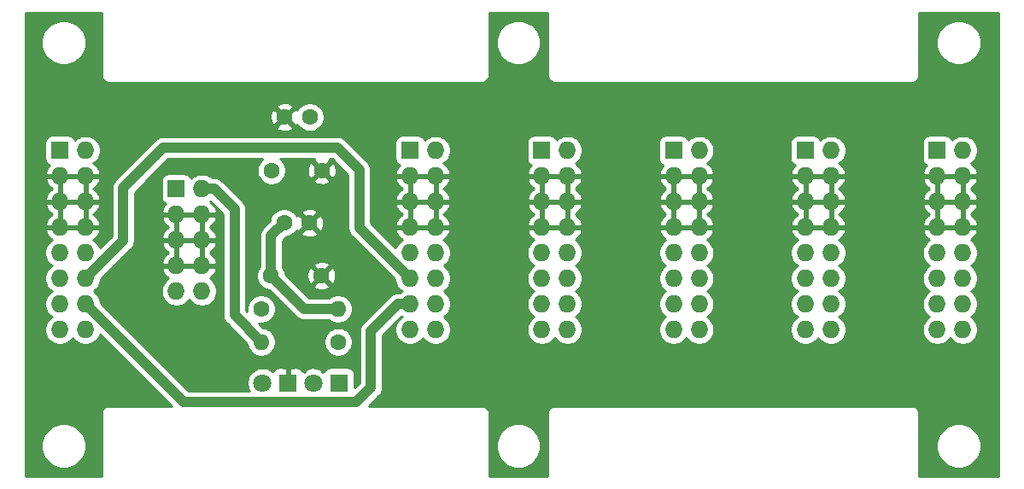
<source format=gbl>
G04 #@! TF.GenerationSoftware,KiCad,Pcbnew,(5.1.5-0-10_14)*
G04 #@! TF.CreationDate,2020-10-09T20:18:39-04:00*
G04 #@! TF.ProjectId,AYOM - Power Supply Daughter Board,41594f4d-202d-4205-906f-776572205375,1.2*
G04 #@! TF.SameCoordinates,Original*
G04 #@! TF.FileFunction,Copper,L2,Bot*
G04 #@! TF.FilePolarity,Positive*
%FSLAX46Y46*%
G04 Gerber Fmt 4.6, Leading zero omitted, Abs format (unit mm)*
G04 Created by KiCad (PCBNEW (5.1.5-0-10_14)) date 2020-10-09 20:18:39*
%MOMM*%
%LPD*%
G04 APERTURE LIST*
%ADD10C,1.600000*%
%ADD11C,1.800000*%
%ADD12R,1.800000X1.800000*%
%ADD13R,1.727200X1.727200*%
%ADD14O,1.727200X1.727200*%
%ADD15O,1.600000X1.600000*%
%ADD16C,1.000000*%
%ADD17C,0.254000*%
G04 APERTURE END LIST*
D10*
X137818500Y-65430400D03*
X135318500Y-65430400D03*
X135267700Y-75921680D03*
X137767700Y-75921680D03*
X138972300Y-81167320D03*
X133972300Y-81167320D03*
X139017700Y-70713600D03*
X134017700Y-70713600D03*
D11*
X133134100Y-91795600D03*
D12*
X135674100Y-91795600D03*
X140728700Y-91795600D03*
D11*
X138188700Y-91795600D03*
D13*
X113055400Y-68732400D03*
D14*
X115595400Y-68732400D03*
X113055400Y-71272400D03*
X115595400Y-71272400D03*
X113055400Y-73812400D03*
X115595400Y-73812400D03*
X113055400Y-76352400D03*
X115595400Y-76352400D03*
X113055400Y-78892400D03*
X115595400Y-78892400D03*
X113055400Y-81432400D03*
X115595400Y-81432400D03*
X113055400Y-83972400D03*
X115595400Y-83972400D03*
X113055400Y-86512400D03*
X115595400Y-86512400D03*
X150304500Y-86512400D03*
X147764500Y-86512400D03*
X150304500Y-83972400D03*
X147764500Y-83972400D03*
X150304500Y-81432400D03*
X147764500Y-81432400D03*
X150304500Y-78892400D03*
X147764500Y-78892400D03*
X150304500Y-76352400D03*
X147764500Y-76352400D03*
X150304500Y-73812400D03*
X147764500Y-73812400D03*
X150304500Y-71272400D03*
X147764500Y-71272400D03*
X150304500Y-68732400D03*
D13*
X147764500Y-68732400D03*
X160829625Y-68732400D03*
D14*
X163369625Y-68732400D03*
X160829625Y-71272400D03*
X163369625Y-71272400D03*
X160829625Y-73812400D03*
X163369625Y-73812400D03*
X160829625Y-76352400D03*
X163369625Y-76352400D03*
X160829625Y-78892400D03*
X163369625Y-78892400D03*
X160829625Y-81432400D03*
X163369625Y-81432400D03*
X160829625Y-83972400D03*
X163369625Y-83972400D03*
X160829625Y-86512400D03*
X163369625Y-86512400D03*
X176434750Y-86512400D03*
X173894750Y-86512400D03*
X176434750Y-83972400D03*
X173894750Y-83972400D03*
X176434750Y-81432400D03*
X173894750Y-81432400D03*
X176434750Y-78892400D03*
X173894750Y-78892400D03*
X176434750Y-76352400D03*
X173894750Y-76352400D03*
X176434750Y-73812400D03*
X173894750Y-73812400D03*
X176434750Y-71272400D03*
X173894750Y-71272400D03*
X176434750Y-68732400D03*
D13*
X173894750Y-68732400D03*
X186959875Y-68732400D03*
D14*
X189499875Y-68732400D03*
X186959875Y-71272400D03*
X189499875Y-71272400D03*
X186959875Y-73812400D03*
X189499875Y-73812400D03*
X186959875Y-76352400D03*
X189499875Y-76352400D03*
X186959875Y-78892400D03*
X189499875Y-78892400D03*
X186959875Y-81432400D03*
X189499875Y-81432400D03*
X186959875Y-83972400D03*
X189499875Y-83972400D03*
X186959875Y-86512400D03*
X189499875Y-86512400D03*
X202565000Y-86512400D03*
X200025000Y-86512400D03*
X202565000Y-83972400D03*
X200025000Y-83972400D03*
X202565000Y-81432400D03*
X200025000Y-81432400D03*
X202565000Y-78892400D03*
X200025000Y-78892400D03*
X202565000Y-76352400D03*
X200025000Y-76352400D03*
X202565000Y-73812400D03*
X200025000Y-73812400D03*
X202565000Y-71272400D03*
X200025000Y-71272400D03*
X202565000Y-68732400D03*
D13*
X200025000Y-68732400D03*
D15*
X133007100Y-87731600D03*
D10*
X140627100Y-87731600D03*
X133007100Y-84455000D03*
D15*
X140627100Y-84455000D03*
D13*
X124587000Y-72542400D03*
D14*
X127127000Y-72542400D03*
X124587000Y-75082400D03*
X127127000Y-75082400D03*
X124587000Y-77622400D03*
X127127000Y-77622400D03*
X124587000Y-80162400D03*
X127127000Y-80162400D03*
X124587000Y-82702400D03*
X127127000Y-82702400D03*
D16*
X137259980Y-84455000D02*
X140627100Y-84455000D01*
X133972300Y-81167320D02*
X137259980Y-84455000D01*
X133972300Y-77217080D02*
X135267700Y-75921680D01*
X133972300Y-81167320D02*
X133972300Y-77217080D01*
X128348314Y-72542400D02*
X130365500Y-74559586D01*
X127127000Y-72542400D02*
X128348314Y-72542400D01*
X130365500Y-85090000D02*
X133007100Y-87731600D01*
X130365500Y-74559586D02*
X130365500Y-85090000D01*
X147764500Y-81432400D02*
X142748000Y-76415900D01*
X142748000Y-76415900D02*
X142748000Y-70675500D01*
X142748000Y-70675500D02*
X140525500Y-68453000D01*
X140525500Y-68453000D02*
X123317000Y-68453000D01*
X123317000Y-68453000D02*
X119316500Y-72453500D01*
X119316500Y-77711300D02*
X115595400Y-81432400D01*
X119316500Y-72453500D02*
X119316500Y-77711300D01*
X146543186Y-83972400D02*
X143891000Y-86624586D01*
X147764500Y-83972400D02*
X146543186Y-83972400D01*
X143891000Y-86624586D02*
X143891000Y-92265500D01*
X143891000Y-92265500D02*
X142430500Y-93726000D01*
X125349000Y-93726000D02*
X116458999Y-84835999D01*
X116458999Y-84835999D02*
X115595400Y-83972400D01*
X142430500Y-93726000D02*
X125349000Y-93726000D01*
D17*
G36*
X117170601Y-61308571D02*
G01*
X117167407Y-61341000D01*
X117180150Y-61470383D01*
X117217890Y-61594793D01*
X117279175Y-61709450D01*
X117361652Y-61809948D01*
X117462150Y-61892425D01*
X117576807Y-61953710D01*
X117701217Y-61991450D01*
X117798181Y-62001000D01*
X117830600Y-62004193D01*
X117863019Y-62001000D01*
X154907581Y-62001000D01*
X154940000Y-62004193D01*
X154972419Y-62001000D01*
X155069383Y-61991450D01*
X155193793Y-61953710D01*
X155308450Y-61892425D01*
X155408948Y-61809948D01*
X155491425Y-61709450D01*
X155552710Y-61594793D01*
X155590450Y-61470383D01*
X155603193Y-61341000D01*
X155600000Y-61308581D01*
X155600000Y-57818872D01*
X156265000Y-57818872D01*
X156265000Y-58259128D01*
X156350890Y-58690925D01*
X156519369Y-59097669D01*
X156763962Y-59463729D01*
X157075271Y-59775038D01*
X157441331Y-60019631D01*
X157848075Y-60188110D01*
X158279872Y-60274000D01*
X158720128Y-60274000D01*
X159151925Y-60188110D01*
X159558669Y-60019631D01*
X159924729Y-59775038D01*
X160236038Y-59463729D01*
X160480631Y-59097669D01*
X160649110Y-58690925D01*
X160735000Y-58259128D01*
X160735000Y-57818872D01*
X160649110Y-57387075D01*
X160480631Y-56980331D01*
X160236038Y-56614271D01*
X159924729Y-56302962D01*
X159558669Y-56058369D01*
X159151925Y-55889890D01*
X158720128Y-55804000D01*
X158279872Y-55804000D01*
X157848075Y-55889890D01*
X157441331Y-56058369D01*
X157075271Y-56302962D01*
X156763962Y-56614271D01*
X156519369Y-56980331D01*
X156350890Y-57387075D01*
X156265000Y-57818872D01*
X155600000Y-57818872D01*
X155600000Y-55041400D01*
X161392000Y-55041400D01*
X161392001Y-61308571D01*
X161388807Y-61341000D01*
X161401550Y-61470383D01*
X161439290Y-61594793D01*
X161500575Y-61709450D01*
X161583052Y-61809948D01*
X161683550Y-61892425D01*
X161798207Y-61953710D01*
X161922617Y-61991450D01*
X162019581Y-62001000D01*
X162052000Y-62004193D01*
X162084419Y-62001000D01*
X197528781Y-62001000D01*
X197561200Y-62004193D01*
X197593619Y-62001000D01*
X197690583Y-61991450D01*
X197814993Y-61953710D01*
X197929650Y-61892425D01*
X198030148Y-61809948D01*
X198112625Y-61709450D01*
X198173910Y-61594793D01*
X198211650Y-61470383D01*
X198224393Y-61341000D01*
X198221200Y-61308581D01*
X198221200Y-57818872D01*
X199923600Y-57818872D01*
X199923600Y-58259128D01*
X200009490Y-58690925D01*
X200177969Y-59097669D01*
X200422562Y-59463729D01*
X200733871Y-59775038D01*
X201099931Y-60019631D01*
X201506675Y-60188110D01*
X201938472Y-60274000D01*
X202378728Y-60274000D01*
X202810525Y-60188110D01*
X203217269Y-60019631D01*
X203583329Y-59775038D01*
X203894638Y-59463729D01*
X204139231Y-59097669D01*
X204307710Y-58690925D01*
X204393600Y-58259128D01*
X204393600Y-57818872D01*
X204307710Y-57387075D01*
X204139231Y-56980331D01*
X203894638Y-56614271D01*
X203583329Y-56302962D01*
X203217269Y-56058369D01*
X202810525Y-55889890D01*
X202378728Y-55804000D01*
X201938472Y-55804000D01*
X201506675Y-55889890D01*
X201099931Y-56058369D01*
X200733871Y-56302962D01*
X200422562Y-56614271D01*
X200177969Y-56980331D01*
X200009490Y-57387075D01*
X199923600Y-57818872D01*
X198221200Y-57818872D01*
X198221200Y-55041400D01*
X206096001Y-55041400D01*
X206096000Y-61308581D01*
X206096000Y-61308582D01*
X206096001Y-94709572D01*
X206096000Y-94709582D01*
X206096001Y-101041600D01*
X198221200Y-101041600D01*
X198221200Y-97831672D01*
X199923600Y-97831672D01*
X199923600Y-98271928D01*
X200009490Y-98703725D01*
X200177969Y-99110469D01*
X200422562Y-99476529D01*
X200733871Y-99787838D01*
X201099931Y-100032431D01*
X201506675Y-100200910D01*
X201938472Y-100286800D01*
X202378728Y-100286800D01*
X202810525Y-100200910D01*
X203217269Y-100032431D01*
X203583329Y-99787838D01*
X203894638Y-99476529D01*
X204139231Y-99110469D01*
X204307710Y-98703725D01*
X204393600Y-98271928D01*
X204393600Y-97831672D01*
X204307710Y-97399875D01*
X204139231Y-96993131D01*
X203894638Y-96627071D01*
X203583329Y-96315762D01*
X203217269Y-96071169D01*
X202810525Y-95902690D01*
X202378728Y-95816800D01*
X201938472Y-95816800D01*
X201506675Y-95902690D01*
X201099931Y-96071169D01*
X200733871Y-96315762D01*
X200422562Y-96627071D01*
X200177969Y-96993131D01*
X200009490Y-97399875D01*
X199923600Y-97831672D01*
X198221200Y-97831672D01*
X198221200Y-94774419D01*
X198224393Y-94742000D01*
X198211650Y-94612617D01*
X198173910Y-94488207D01*
X198112625Y-94373550D01*
X198030148Y-94273052D01*
X197929650Y-94190575D01*
X197814993Y-94129290D01*
X197690583Y-94091550D01*
X197593619Y-94082000D01*
X197561200Y-94078807D01*
X197528781Y-94082000D01*
X162084419Y-94082000D01*
X162052000Y-94078807D01*
X162019581Y-94082000D01*
X161922617Y-94091550D01*
X161798207Y-94129290D01*
X161683550Y-94190575D01*
X161583052Y-94273052D01*
X161500575Y-94373550D01*
X161439290Y-94488207D01*
X161401550Y-94612617D01*
X161388807Y-94742000D01*
X161392001Y-94774429D01*
X161392000Y-101041600D01*
X155600000Y-101041600D01*
X155600000Y-97831672D01*
X156265000Y-97831672D01*
X156265000Y-98271928D01*
X156350890Y-98703725D01*
X156519369Y-99110469D01*
X156763962Y-99476529D01*
X157075271Y-99787838D01*
X157441331Y-100032431D01*
X157848075Y-100200910D01*
X158279872Y-100286800D01*
X158720128Y-100286800D01*
X159151925Y-100200910D01*
X159558669Y-100032431D01*
X159924729Y-99787838D01*
X160236038Y-99476529D01*
X160480631Y-99110469D01*
X160649110Y-98703725D01*
X160735000Y-98271928D01*
X160735000Y-97831672D01*
X160649110Y-97399875D01*
X160480631Y-96993131D01*
X160236038Y-96627071D01*
X159924729Y-96315762D01*
X159558669Y-96071169D01*
X159151925Y-95902690D01*
X158720128Y-95816800D01*
X158279872Y-95816800D01*
X157848075Y-95902690D01*
X157441331Y-96071169D01*
X157075271Y-96315762D01*
X156763962Y-96627071D01*
X156519369Y-96993131D01*
X156350890Y-97399875D01*
X156265000Y-97831672D01*
X155600000Y-97831672D01*
X155600000Y-94774419D01*
X155603193Y-94742000D01*
X155590450Y-94612617D01*
X155552710Y-94488207D01*
X155491425Y-94373550D01*
X155408948Y-94273052D01*
X155308450Y-94190575D01*
X155193793Y-94129290D01*
X155069383Y-94091550D01*
X154972419Y-94082000D01*
X154940000Y-94078807D01*
X154907581Y-94082000D01*
X143679631Y-94082000D01*
X144654140Y-93107492D01*
X144697449Y-93071949D01*
X144839284Y-92899123D01*
X144944676Y-92701947D01*
X145009577Y-92487999D01*
X145026000Y-92321252D01*
X145031491Y-92265500D01*
X145026000Y-92209749D01*
X145026000Y-87094717D01*
X146914151Y-85206566D01*
X146967781Y-85242400D01*
X146809198Y-85348361D01*
X146600461Y-85557098D01*
X146436458Y-85802547D01*
X146323490Y-86075275D01*
X146265900Y-86364801D01*
X146265900Y-86659999D01*
X146323490Y-86949525D01*
X146436458Y-87222253D01*
X146600461Y-87467702D01*
X146809198Y-87676439D01*
X147054647Y-87840442D01*
X147327375Y-87953410D01*
X147616901Y-88011000D01*
X147912099Y-88011000D01*
X148201625Y-87953410D01*
X148474353Y-87840442D01*
X148719802Y-87676439D01*
X148928539Y-87467702D01*
X149034500Y-87309119D01*
X149140461Y-87467702D01*
X149349198Y-87676439D01*
X149594647Y-87840442D01*
X149867375Y-87953410D01*
X150156901Y-88011000D01*
X150452099Y-88011000D01*
X150741625Y-87953410D01*
X151014353Y-87840442D01*
X151259802Y-87676439D01*
X151468539Y-87467702D01*
X151632542Y-87222253D01*
X151745510Y-86949525D01*
X151803100Y-86659999D01*
X151803100Y-86364801D01*
X151745510Y-86075275D01*
X151632542Y-85802547D01*
X151468539Y-85557098D01*
X151259802Y-85348361D01*
X151101219Y-85242400D01*
X151259802Y-85136439D01*
X151468539Y-84927702D01*
X151632542Y-84682253D01*
X151745510Y-84409525D01*
X151803100Y-84119999D01*
X151803100Y-83824801D01*
X151745510Y-83535275D01*
X151632542Y-83262547D01*
X151468539Y-83017098D01*
X151259802Y-82808361D01*
X151101219Y-82702400D01*
X151259802Y-82596439D01*
X151468539Y-82387702D01*
X151632542Y-82142253D01*
X151745510Y-81869525D01*
X151803100Y-81579999D01*
X151803100Y-81284801D01*
X151745510Y-80995275D01*
X151632542Y-80722547D01*
X151468539Y-80477098D01*
X151259802Y-80268361D01*
X151101219Y-80162400D01*
X151259802Y-80056439D01*
X151468539Y-79847702D01*
X151632542Y-79602253D01*
X151745510Y-79329525D01*
X151803100Y-79039999D01*
X151803100Y-78744801D01*
X159331025Y-78744801D01*
X159331025Y-79039999D01*
X159388615Y-79329525D01*
X159501583Y-79602253D01*
X159665586Y-79847702D01*
X159874323Y-80056439D01*
X160032906Y-80162400D01*
X159874323Y-80268361D01*
X159665586Y-80477098D01*
X159501583Y-80722547D01*
X159388615Y-80995275D01*
X159331025Y-81284801D01*
X159331025Y-81579999D01*
X159388615Y-81869525D01*
X159501583Y-82142253D01*
X159665586Y-82387702D01*
X159874323Y-82596439D01*
X160032906Y-82702400D01*
X159874323Y-82808361D01*
X159665586Y-83017098D01*
X159501583Y-83262547D01*
X159388615Y-83535275D01*
X159331025Y-83824801D01*
X159331025Y-84119999D01*
X159388615Y-84409525D01*
X159501583Y-84682253D01*
X159665586Y-84927702D01*
X159874323Y-85136439D01*
X160032906Y-85242400D01*
X159874323Y-85348361D01*
X159665586Y-85557098D01*
X159501583Y-85802547D01*
X159388615Y-86075275D01*
X159331025Y-86364801D01*
X159331025Y-86659999D01*
X159388615Y-86949525D01*
X159501583Y-87222253D01*
X159665586Y-87467702D01*
X159874323Y-87676439D01*
X160119772Y-87840442D01*
X160392500Y-87953410D01*
X160682026Y-88011000D01*
X160977224Y-88011000D01*
X161266750Y-87953410D01*
X161539478Y-87840442D01*
X161784927Y-87676439D01*
X161993664Y-87467702D01*
X162099625Y-87309119D01*
X162205586Y-87467702D01*
X162414323Y-87676439D01*
X162659772Y-87840442D01*
X162932500Y-87953410D01*
X163222026Y-88011000D01*
X163517224Y-88011000D01*
X163806750Y-87953410D01*
X164079478Y-87840442D01*
X164324927Y-87676439D01*
X164533664Y-87467702D01*
X164697667Y-87222253D01*
X164810635Y-86949525D01*
X164868225Y-86659999D01*
X164868225Y-86364801D01*
X164810635Y-86075275D01*
X164697667Y-85802547D01*
X164533664Y-85557098D01*
X164324927Y-85348361D01*
X164166344Y-85242400D01*
X164324927Y-85136439D01*
X164533664Y-84927702D01*
X164697667Y-84682253D01*
X164810635Y-84409525D01*
X164868225Y-84119999D01*
X164868225Y-83824801D01*
X164810635Y-83535275D01*
X164697667Y-83262547D01*
X164533664Y-83017098D01*
X164324927Y-82808361D01*
X164166344Y-82702400D01*
X164324927Y-82596439D01*
X164533664Y-82387702D01*
X164697667Y-82142253D01*
X164810635Y-81869525D01*
X164868225Y-81579999D01*
X164868225Y-81284801D01*
X164810635Y-80995275D01*
X164697667Y-80722547D01*
X164533664Y-80477098D01*
X164324927Y-80268361D01*
X164166344Y-80162400D01*
X164324927Y-80056439D01*
X164533664Y-79847702D01*
X164697667Y-79602253D01*
X164810635Y-79329525D01*
X164868225Y-79039999D01*
X164868225Y-78744801D01*
X172396150Y-78744801D01*
X172396150Y-79039999D01*
X172453740Y-79329525D01*
X172566708Y-79602253D01*
X172730711Y-79847702D01*
X172939448Y-80056439D01*
X173098031Y-80162400D01*
X172939448Y-80268361D01*
X172730711Y-80477098D01*
X172566708Y-80722547D01*
X172453740Y-80995275D01*
X172396150Y-81284801D01*
X172396150Y-81579999D01*
X172453740Y-81869525D01*
X172566708Y-82142253D01*
X172730711Y-82387702D01*
X172939448Y-82596439D01*
X173098031Y-82702400D01*
X172939448Y-82808361D01*
X172730711Y-83017098D01*
X172566708Y-83262547D01*
X172453740Y-83535275D01*
X172396150Y-83824801D01*
X172396150Y-84119999D01*
X172453740Y-84409525D01*
X172566708Y-84682253D01*
X172730711Y-84927702D01*
X172939448Y-85136439D01*
X173098031Y-85242400D01*
X172939448Y-85348361D01*
X172730711Y-85557098D01*
X172566708Y-85802547D01*
X172453740Y-86075275D01*
X172396150Y-86364801D01*
X172396150Y-86659999D01*
X172453740Y-86949525D01*
X172566708Y-87222253D01*
X172730711Y-87467702D01*
X172939448Y-87676439D01*
X173184897Y-87840442D01*
X173457625Y-87953410D01*
X173747151Y-88011000D01*
X174042349Y-88011000D01*
X174331875Y-87953410D01*
X174604603Y-87840442D01*
X174850052Y-87676439D01*
X175058789Y-87467702D01*
X175164750Y-87309119D01*
X175270711Y-87467702D01*
X175479448Y-87676439D01*
X175724897Y-87840442D01*
X175997625Y-87953410D01*
X176287151Y-88011000D01*
X176582349Y-88011000D01*
X176871875Y-87953410D01*
X177144603Y-87840442D01*
X177390052Y-87676439D01*
X177598789Y-87467702D01*
X177762792Y-87222253D01*
X177875760Y-86949525D01*
X177933350Y-86659999D01*
X177933350Y-86364801D01*
X177875760Y-86075275D01*
X177762792Y-85802547D01*
X177598789Y-85557098D01*
X177390052Y-85348361D01*
X177231469Y-85242400D01*
X177390052Y-85136439D01*
X177598789Y-84927702D01*
X177762792Y-84682253D01*
X177875760Y-84409525D01*
X177933350Y-84119999D01*
X177933350Y-83824801D01*
X177875760Y-83535275D01*
X177762792Y-83262547D01*
X177598789Y-83017098D01*
X177390052Y-82808361D01*
X177231469Y-82702400D01*
X177390052Y-82596439D01*
X177598789Y-82387702D01*
X177762792Y-82142253D01*
X177875760Y-81869525D01*
X177933350Y-81579999D01*
X177933350Y-81284801D01*
X177875760Y-80995275D01*
X177762792Y-80722547D01*
X177598789Y-80477098D01*
X177390052Y-80268361D01*
X177231469Y-80162400D01*
X177390052Y-80056439D01*
X177598789Y-79847702D01*
X177762792Y-79602253D01*
X177875760Y-79329525D01*
X177933350Y-79039999D01*
X177933350Y-78744801D01*
X185461275Y-78744801D01*
X185461275Y-79039999D01*
X185518865Y-79329525D01*
X185631833Y-79602253D01*
X185795836Y-79847702D01*
X186004573Y-80056439D01*
X186163156Y-80162400D01*
X186004573Y-80268361D01*
X185795836Y-80477098D01*
X185631833Y-80722547D01*
X185518865Y-80995275D01*
X185461275Y-81284801D01*
X185461275Y-81579999D01*
X185518865Y-81869525D01*
X185631833Y-82142253D01*
X185795836Y-82387702D01*
X186004573Y-82596439D01*
X186163156Y-82702400D01*
X186004573Y-82808361D01*
X185795836Y-83017098D01*
X185631833Y-83262547D01*
X185518865Y-83535275D01*
X185461275Y-83824801D01*
X185461275Y-84119999D01*
X185518865Y-84409525D01*
X185631833Y-84682253D01*
X185795836Y-84927702D01*
X186004573Y-85136439D01*
X186163156Y-85242400D01*
X186004573Y-85348361D01*
X185795836Y-85557098D01*
X185631833Y-85802547D01*
X185518865Y-86075275D01*
X185461275Y-86364801D01*
X185461275Y-86659999D01*
X185518865Y-86949525D01*
X185631833Y-87222253D01*
X185795836Y-87467702D01*
X186004573Y-87676439D01*
X186250022Y-87840442D01*
X186522750Y-87953410D01*
X186812276Y-88011000D01*
X187107474Y-88011000D01*
X187397000Y-87953410D01*
X187669728Y-87840442D01*
X187915177Y-87676439D01*
X188123914Y-87467702D01*
X188229875Y-87309119D01*
X188335836Y-87467702D01*
X188544573Y-87676439D01*
X188790022Y-87840442D01*
X189062750Y-87953410D01*
X189352276Y-88011000D01*
X189647474Y-88011000D01*
X189937000Y-87953410D01*
X190209728Y-87840442D01*
X190455177Y-87676439D01*
X190663914Y-87467702D01*
X190827917Y-87222253D01*
X190940885Y-86949525D01*
X190998475Y-86659999D01*
X190998475Y-86364801D01*
X190940885Y-86075275D01*
X190827917Y-85802547D01*
X190663914Y-85557098D01*
X190455177Y-85348361D01*
X190296594Y-85242400D01*
X190455177Y-85136439D01*
X190663914Y-84927702D01*
X190827917Y-84682253D01*
X190940885Y-84409525D01*
X190998475Y-84119999D01*
X190998475Y-83824801D01*
X190940885Y-83535275D01*
X190827917Y-83262547D01*
X190663914Y-83017098D01*
X190455177Y-82808361D01*
X190296594Y-82702400D01*
X190455177Y-82596439D01*
X190663914Y-82387702D01*
X190827917Y-82142253D01*
X190940885Y-81869525D01*
X190998475Y-81579999D01*
X190998475Y-81284801D01*
X190940885Y-80995275D01*
X190827917Y-80722547D01*
X190663914Y-80477098D01*
X190455177Y-80268361D01*
X190296594Y-80162400D01*
X190455177Y-80056439D01*
X190663914Y-79847702D01*
X190827917Y-79602253D01*
X190940885Y-79329525D01*
X190998475Y-79039999D01*
X190998475Y-78744801D01*
X198526400Y-78744801D01*
X198526400Y-79039999D01*
X198583990Y-79329525D01*
X198696958Y-79602253D01*
X198860961Y-79847702D01*
X199069698Y-80056439D01*
X199228281Y-80162400D01*
X199069698Y-80268361D01*
X198860961Y-80477098D01*
X198696958Y-80722547D01*
X198583990Y-80995275D01*
X198526400Y-81284801D01*
X198526400Y-81579999D01*
X198583990Y-81869525D01*
X198696958Y-82142253D01*
X198860961Y-82387702D01*
X199069698Y-82596439D01*
X199228281Y-82702400D01*
X199069698Y-82808361D01*
X198860961Y-83017098D01*
X198696958Y-83262547D01*
X198583990Y-83535275D01*
X198526400Y-83824801D01*
X198526400Y-84119999D01*
X198583990Y-84409525D01*
X198696958Y-84682253D01*
X198860961Y-84927702D01*
X199069698Y-85136439D01*
X199228281Y-85242400D01*
X199069698Y-85348361D01*
X198860961Y-85557098D01*
X198696958Y-85802547D01*
X198583990Y-86075275D01*
X198526400Y-86364801D01*
X198526400Y-86659999D01*
X198583990Y-86949525D01*
X198696958Y-87222253D01*
X198860961Y-87467702D01*
X199069698Y-87676439D01*
X199315147Y-87840442D01*
X199587875Y-87953410D01*
X199877401Y-88011000D01*
X200172599Y-88011000D01*
X200462125Y-87953410D01*
X200734853Y-87840442D01*
X200980302Y-87676439D01*
X201189039Y-87467702D01*
X201295000Y-87309119D01*
X201400961Y-87467702D01*
X201609698Y-87676439D01*
X201855147Y-87840442D01*
X202127875Y-87953410D01*
X202417401Y-88011000D01*
X202712599Y-88011000D01*
X203002125Y-87953410D01*
X203274853Y-87840442D01*
X203520302Y-87676439D01*
X203729039Y-87467702D01*
X203893042Y-87222253D01*
X204006010Y-86949525D01*
X204063600Y-86659999D01*
X204063600Y-86364801D01*
X204006010Y-86075275D01*
X203893042Y-85802547D01*
X203729039Y-85557098D01*
X203520302Y-85348361D01*
X203361719Y-85242400D01*
X203520302Y-85136439D01*
X203729039Y-84927702D01*
X203893042Y-84682253D01*
X204006010Y-84409525D01*
X204063600Y-84119999D01*
X204063600Y-83824801D01*
X204006010Y-83535275D01*
X203893042Y-83262547D01*
X203729039Y-83017098D01*
X203520302Y-82808361D01*
X203361719Y-82702400D01*
X203520302Y-82596439D01*
X203729039Y-82387702D01*
X203893042Y-82142253D01*
X204006010Y-81869525D01*
X204063600Y-81579999D01*
X204063600Y-81284801D01*
X204006010Y-80995275D01*
X203893042Y-80722547D01*
X203729039Y-80477098D01*
X203520302Y-80268361D01*
X203361719Y-80162400D01*
X203520302Y-80056439D01*
X203729039Y-79847702D01*
X203893042Y-79602253D01*
X204006010Y-79329525D01*
X204063600Y-79039999D01*
X204063600Y-78744801D01*
X204006010Y-78455275D01*
X203893042Y-78182547D01*
X203729039Y-77937098D01*
X203520302Y-77728361D01*
X203354897Y-77617841D01*
X203453488Y-77559217D01*
X203671854Y-77362693D01*
X203847684Y-77127344D01*
X203974222Y-76862214D01*
X204019958Y-76711426D01*
X203898817Y-76479400D01*
X202692000Y-76479400D01*
X202692000Y-76499400D01*
X202438000Y-76499400D01*
X202438000Y-76479400D01*
X200152000Y-76479400D01*
X200152000Y-76499400D01*
X199898000Y-76499400D01*
X199898000Y-76479400D01*
X198691183Y-76479400D01*
X198570042Y-76711426D01*
X198615778Y-76862214D01*
X198742316Y-77127344D01*
X198918146Y-77362693D01*
X199136512Y-77559217D01*
X199235103Y-77617841D01*
X199069698Y-77728361D01*
X198860961Y-77937098D01*
X198696958Y-78182547D01*
X198583990Y-78455275D01*
X198526400Y-78744801D01*
X190998475Y-78744801D01*
X190940885Y-78455275D01*
X190827917Y-78182547D01*
X190663914Y-77937098D01*
X190455177Y-77728361D01*
X190289772Y-77617841D01*
X190388363Y-77559217D01*
X190606729Y-77362693D01*
X190782559Y-77127344D01*
X190909097Y-76862214D01*
X190954833Y-76711426D01*
X190833692Y-76479400D01*
X189626875Y-76479400D01*
X189626875Y-76499400D01*
X189372875Y-76499400D01*
X189372875Y-76479400D01*
X187086875Y-76479400D01*
X187086875Y-76499400D01*
X186832875Y-76499400D01*
X186832875Y-76479400D01*
X185626058Y-76479400D01*
X185504917Y-76711426D01*
X185550653Y-76862214D01*
X185677191Y-77127344D01*
X185853021Y-77362693D01*
X186071387Y-77559217D01*
X186169978Y-77617841D01*
X186004573Y-77728361D01*
X185795836Y-77937098D01*
X185631833Y-78182547D01*
X185518865Y-78455275D01*
X185461275Y-78744801D01*
X177933350Y-78744801D01*
X177875760Y-78455275D01*
X177762792Y-78182547D01*
X177598789Y-77937098D01*
X177390052Y-77728361D01*
X177224647Y-77617841D01*
X177323238Y-77559217D01*
X177541604Y-77362693D01*
X177717434Y-77127344D01*
X177843972Y-76862214D01*
X177889708Y-76711426D01*
X177768567Y-76479400D01*
X176561750Y-76479400D01*
X176561750Y-76499400D01*
X176307750Y-76499400D01*
X176307750Y-76479400D01*
X174021750Y-76479400D01*
X174021750Y-76499400D01*
X173767750Y-76499400D01*
X173767750Y-76479400D01*
X172560933Y-76479400D01*
X172439792Y-76711426D01*
X172485528Y-76862214D01*
X172612066Y-77127344D01*
X172787896Y-77362693D01*
X173006262Y-77559217D01*
X173104853Y-77617841D01*
X172939448Y-77728361D01*
X172730711Y-77937098D01*
X172566708Y-78182547D01*
X172453740Y-78455275D01*
X172396150Y-78744801D01*
X164868225Y-78744801D01*
X164810635Y-78455275D01*
X164697667Y-78182547D01*
X164533664Y-77937098D01*
X164324927Y-77728361D01*
X164159522Y-77617841D01*
X164258113Y-77559217D01*
X164476479Y-77362693D01*
X164652309Y-77127344D01*
X164778847Y-76862214D01*
X164824583Y-76711426D01*
X164703442Y-76479400D01*
X163496625Y-76479400D01*
X163496625Y-76499400D01*
X163242625Y-76499400D01*
X163242625Y-76479400D01*
X160956625Y-76479400D01*
X160956625Y-76499400D01*
X160702625Y-76499400D01*
X160702625Y-76479400D01*
X159495808Y-76479400D01*
X159374667Y-76711426D01*
X159420403Y-76862214D01*
X159546941Y-77127344D01*
X159722771Y-77362693D01*
X159941137Y-77559217D01*
X160039728Y-77617841D01*
X159874323Y-77728361D01*
X159665586Y-77937098D01*
X159501583Y-78182547D01*
X159388615Y-78455275D01*
X159331025Y-78744801D01*
X151803100Y-78744801D01*
X151745510Y-78455275D01*
X151632542Y-78182547D01*
X151468539Y-77937098D01*
X151259802Y-77728361D01*
X151094397Y-77617841D01*
X151192988Y-77559217D01*
X151411354Y-77362693D01*
X151587184Y-77127344D01*
X151713722Y-76862214D01*
X151759458Y-76711426D01*
X151638317Y-76479400D01*
X150431500Y-76479400D01*
X150431500Y-76499400D01*
X150177500Y-76499400D01*
X150177500Y-76479400D01*
X147891500Y-76479400D01*
X147891500Y-76499400D01*
X147637500Y-76499400D01*
X147637500Y-76479400D01*
X146430683Y-76479400D01*
X146309542Y-76711426D01*
X146355278Y-76862214D01*
X146481816Y-77127344D01*
X146657646Y-77362693D01*
X146876012Y-77559217D01*
X146974603Y-77617841D01*
X146809198Y-77728361D01*
X146600461Y-77937098D01*
X146436458Y-78182547D01*
X146343705Y-78406473D01*
X143883000Y-75945769D01*
X143883000Y-74171426D01*
X146309542Y-74171426D01*
X146355278Y-74322214D01*
X146481816Y-74587344D01*
X146657646Y-74822693D01*
X146876012Y-75019217D01*
X146982270Y-75082400D01*
X146876012Y-75145583D01*
X146657646Y-75342107D01*
X146481816Y-75577456D01*
X146355278Y-75842586D01*
X146309542Y-75993374D01*
X146430683Y-76225400D01*
X147637500Y-76225400D01*
X147637500Y-73939400D01*
X147891500Y-73939400D01*
X147891500Y-76225400D01*
X150177500Y-76225400D01*
X150177500Y-73939400D01*
X150431500Y-73939400D01*
X150431500Y-76225400D01*
X151638317Y-76225400D01*
X151759458Y-75993374D01*
X151713722Y-75842586D01*
X151587184Y-75577456D01*
X151411354Y-75342107D01*
X151192988Y-75145583D01*
X151086730Y-75082400D01*
X151192988Y-75019217D01*
X151411354Y-74822693D01*
X151587184Y-74587344D01*
X151713722Y-74322214D01*
X151759458Y-74171426D01*
X159374667Y-74171426D01*
X159420403Y-74322214D01*
X159546941Y-74587344D01*
X159722771Y-74822693D01*
X159941137Y-75019217D01*
X160047395Y-75082400D01*
X159941137Y-75145583D01*
X159722771Y-75342107D01*
X159546941Y-75577456D01*
X159420403Y-75842586D01*
X159374667Y-75993374D01*
X159495808Y-76225400D01*
X160702625Y-76225400D01*
X160702625Y-73939400D01*
X160956625Y-73939400D01*
X160956625Y-76225400D01*
X163242625Y-76225400D01*
X163242625Y-73939400D01*
X163496625Y-73939400D01*
X163496625Y-76225400D01*
X164703442Y-76225400D01*
X164824583Y-75993374D01*
X164778847Y-75842586D01*
X164652309Y-75577456D01*
X164476479Y-75342107D01*
X164258113Y-75145583D01*
X164151855Y-75082400D01*
X164258113Y-75019217D01*
X164476479Y-74822693D01*
X164652309Y-74587344D01*
X164778847Y-74322214D01*
X164824583Y-74171426D01*
X172439792Y-74171426D01*
X172485528Y-74322214D01*
X172612066Y-74587344D01*
X172787896Y-74822693D01*
X173006262Y-75019217D01*
X173112520Y-75082400D01*
X173006262Y-75145583D01*
X172787896Y-75342107D01*
X172612066Y-75577456D01*
X172485528Y-75842586D01*
X172439792Y-75993374D01*
X172560933Y-76225400D01*
X173767750Y-76225400D01*
X173767750Y-73939400D01*
X174021750Y-73939400D01*
X174021750Y-76225400D01*
X176307750Y-76225400D01*
X176307750Y-73939400D01*
X176561750Y-73939400D01*
X176561750Y-76225400D01*
X177768567Y-76225400D01*
X177889708Y-75993374D01*
X177843972Y-75842586D01*
X177717434Y-75577456D01*
X177541604Y-75342107D01*
X177323238Y-75145583D01*
X177216980Y-75082400D01*
X177323238Y-75019217D01*
X177541604Y-74822693D01*
X177717434Y-74587344D01*
X177843972Y-74322214D01*
X177889708Y-74171426D01*
X185504917Y-74171426D01*
X185550653Y-74322214D01*
X185677191Y-74587344D01*
X185853021Y-74822693D01*
X186071387Y-75019217D01*
X186177645Y-75082400D01*
X186071387Y-75145583D01*
X185853021Y-75342107D01*
X185677191Y-75577456D01*
X185550653Y-75842586D01*
X185504917Y-75993374D01*
X185626058Y-76225400D01*
X186832875Y-76225400D01*
X186832875Y-73939400D01*
X187086875Y-73939400D01*
X187086875Y-76225400D01*
X189372875Y-76225400D01*
X189372875Y-73939400D01*
X189626875Y-73939400D01*
X189626875Y-76225400D01*
X190833692Y-76225400D01*
X190954833Y-75993374D01*
X190909097Y-75842586D01*
X190782559Y-75577456D01*
X190606729Y-75342107D01*
X190388363Y-75145583D01*
X190282105Y-75082400D01*
X190388363Y-75019217D01*
X190606729Y-74822693D01*
X190782559Y-74587344D01*
X190909097Y-74322214D01*
X190954833Y-74171426D01*
X198570042Y-74171426D01*
X198615778Y-74322214D01*
X198742316Y-74587344D01*
X198918146Y-74822693D01*
X199136512Y-75019217D01*
X199242770Y-75082400D01*
X199136512Y-75145583D01*
X198918146Y-75342107D01*
X198742316Y-75577456D01*
X198615778Y-75842586D01*
X198570042Y-75993374D01*
X198691183Y-76225400D01*
X199898000Y-76225400D01*
X199898000Y-73939400D01*
X200152000Y-73939400D01*
X200152000Y-76225400D01*
X202438000Y-76225400D01*
X202438000Y-73939400D01*
X202692000Y-73939400D01*
X202692000Y-76225400D01*
X203898817Y-76225400D01*
X204019958Y-75993374D01*
X203974222Y-75842586D01*
X203847684Y-75577456D01*
X203671854Y-75342107D01*
X203453488Y-75145583D01*
X203347230Y-75082400D01*
X203453488Y-75019217D01*
X203671854Y-74822693D01*
X203847684Y-74587344D01*
X203974222Y-74322214D01*
X204019958Y-74171426D01*
X203898817Y-73939400D01*
X202692000Y-73939400D01*
X202438000Y-73939400D01*
X200152000Y-73939400D01*
X199898000Y-73939400D01*
X198691183Y-73939400D01*
X198570042Y-74171426D01*
X190954833Y-74171426D01*
X190833692Y-73939400D01*
X189626875Y-73939400D01*
X189372875Y-73939400D01*
X187086875Y-73939400D01*
X186832875Y-73939400D01*
X185626058Y-73939400D01*
X185504917Y-74171426D01*
X177889708Y-74171426D01*
X177768567Y-73939400D01*
X176561750Y-73939400D01*
X176307750Y-73939400D01*
X174021750Y-73939400D01*
X173767750Y-73939400D01*
X172560933Y-73939400D01*
X172439792Y-74171426D01*
X164824583Y-74171426D01*
X164703442Y-73939400D01*
X163496625Y-73939400D01*
X163242625Y-73939400D01*
X160956625Y-73939400D01*
X160702625Y-73939400D01*
X159495808Y-73939400D01*
X159374667Y-74171426D01*
X151759458Y-74171426D01*
X151638317Y-73939400D01*
X150431500Y-73939400D01*
X150177500Y-73939400D01*
X147891500Y-73939400D01*
X147637500Y-73939400D01*
X146430683Y-73939400D01*
X146309542Y-74171426D01*
X143883000Y-74171426D01*
X143883000Y-71631426D01*
X146309542Y-71631426D01*
X146355278Y-71782214D01*
X146481816Y-72047344D01*
X146657646Y-72282693D01*
X146876012Y-72479217D01*
X146982270Y-72542400D01*
X146876012Y-72605583D01*
X146657646Y-72802107D01*
X146481816Y-73037456D01*
X146355278Y-73302586D01*
X146309542Y-73453374D01*
X146430683Y-73685400D01*
X147637500Y-73685400D01*
X147637500Y-71399400D01*
X147891500Y-71399400D01*
X147891500Y-73685400D01*
X150177500Y-73685400D01*
X150177500Y-71399400D01*
X150431500Y-71399400D01*
X150431500Y-73685400D01*
X151638317Y-73685400D01*
X151759458Y-73453374D01*
X151713722Y-73302586D01*
X151587184Y-73037456D01*
X151411354Y-72802107D01*
X151192988Y-72605583D01*
X151086730Y-72542400D01*
X151192988Y-72479217D01*
X151411354Y-72282693D01*
X151587184Y-72047344D01*
X151713722Y-71782214D01*
X151759458Y-71631426D01*
X159374667Y-71631426D01*
X159420403Y-71782214D01*
X159546941Y-72047344D01*
X159722771Y-72282693D01*
X159941137Y-72479217D01*
X160047395Y-72542400D01*
X159941137Y-72605583D01*
X159722771Y-72802107D01*
X159546941Y-73037456D01*
X159420403Y-73302586D01*
X159374667Y-73453374D01*
X159495808Y-73685400D01*
X160702625Y-73685400D01*
X160702625Y-71399400D01*
X160956625Y-71399400D01*
X160956625Y-73685400D01*
X163242625Y-73685400D01*
X163242625Y-71399400D01*
X163496625Y-71399400D01*
X163496625Y-73685400D01*
X164703442Y-73685400D01*
X164824583Y-73453374D01*
X164778847Y-73302586D01*
X164652309Y-73037456D01*
X164476479Y-72802107D01*
X164258113Y-72605583D01*
X164151855Y-72542400D01*
X164258113Y-72479217D01*
X164476479Y-72282693D01*
X164652309Y-72047344D01*
X164778847Y-71782214D01*
X164824583Y-71631426D01*
X172439792Y-71631426D01*
X172485528Y-71782214D01*
X172612066Y-72047344D01*
X172787896Y-72282693D01*
X173006262Y-72479217D01*
X173112520Y-72542400D01*
X173006262Y-72605583D01*
X172787896Y-72802107D01*
X172612066Y-73037456D01*
X172485528Y-73302586D01*
X172439792Y-73453374D01*
X172560933Y-73685400D01*
X173767750Y-73685400D01*
X173767750Y-71399400D01*
X174021750Y-71399400D01*
X174021750Y-73685400D01*
X176307750Y-73685400D01*
X176307750Y-71399400D01*
X176561750Y-71399400D01*
X176561750Y-73685400D01*
X177768567Y-73685400D01*
X177889708Y-73453374D01*
X177843972Y-73302586D01*
X177717434Y-73037456D01*
X177541604Y-72802107D01*
X177323238Y-72605583D01*
X177216980Y-72542400D01*
X177323238Y-72479217D01*
X177541604Y-72282693D01*
X177717434Y-72047344D01*
X177843972Y-71782214D01*
X177889708Y-71631426D01*
X185504917Y-71631426D01*
X185550653Y-71782214D01*
X185677191Y-72047344D01*
X185853021Y-72282693D01*
X186071387Y-72479217D01*
X186177645Y-72542400D01*
X186071387Y-72605583D01*
X185853021Y-72802107D01*
X185677191Y-73037456D01*
X185550653Y-73302586D01*
X185504917Y-73453374D01*
X185626058Y-73685400D01*
X186832875Y-73685400D01*
X186832875Y-71399400D01*
X187086875Y-71399400D01*
X187086875Y-73685400D01*
X189372875Y-73685400D01*
X189372875Y-71399400D01*
X189626875Y-71399400D01*
X189626875Y-73685400D01*
X190833692Y-73685400D01*
X190954833Y-73453374D01*
X190909097Y-73302586D01*
X190782559Y-73037456D01*
X190606729Y-72802107D01*
X190388363Y-72605583D01*
X190282105Y-72542400D01*
X190388363Y-72479217D01*
X190606729Y-72282693D01*
X190782559Y-72047344D01*
X190909097Y-71782214D01*
X190954833Y-71631426D01*
X198570042Y-71631426D01*
X198615778Y-71782214D01*
X198742316Y-72047344D01*
X198918146Y-72282693D01*
X199136512Y-72479217D01*
X199242770Y-72542400D01*
X199136512Y-72605583D01*
X198918146Y-72802107D01*
X198742316Y-73037456D01*
X198615778Y-73302586D01*
X198570042Y-73453374D01*
X198691183Y-73685400D01*
X199898000Y-73685400D01*
X199898000Y-71399400D01*
X200152000Y-71399400D01*
X200152000Y-73685400D01*
X202438000Y-73685400D01*
X202438000Y-71399400D01*
X202692000Y-71399400D01*
X202692000Y-73685400D01*
X203898817Y-73685400D01*
X204019958Y-73453374D01*
X203974222Y-73302586D01*
X203847684Y-73037456D01*
X203671854Y-72802107D01*
X203453488Y-72605583D01*
X203347230Y-72542400D01*
X203453488Y-72479217D01*
X203671854Y-72282693D01*
X203847684Y-72047344D01*
X203974222Y-71782214D01*
X204019958Y-71631426D01*
X203898817Y-71399400D01*
X202692000Y-71399400D01*
X202438000Y-71399400D01*
X200152000Y-71399400D01*
X199898000Y-71399400D01*
X198691183Y-71399400D01*
X198570042Y-71631426D01*
X190954833Y-71631426D01*
X190833692Y-71399400D01*
X189626875Y-71399400D01*
X189372875Y-71399400D01*
X187086875Y-71399400D01*
X186832875Y-71399400D01*
X185626058Y-71399400D01*
X185504917Y-71631426D01*
X177889708Y-71631426D01*
X177768567Y-71399400D01*
X176561750Y-71399400D01*
X176307750Y-71399400D01*
X174021750Y-71399400D01*
X173767750Y-71399400D01*
X172560933Y-71399400D01*
X172439792Y-71631426D01*
X164824583Y-71631426D01*
X164703442Y-71399400D01*
X163496625Y-71399400D01*
X163242625Y-71399400D01*
X160956625Y-71399400D01*
X160702625Y-71399400D01*
X159495808Y-71399400D01*
X159374667Y-71631426D01*
X151759458Y-71631426D01*
X151638317Y-71399400D01*
X150431500Y-71399400D01*
X150177500Y-71399400D01*
X147891500Y-71399400D01*
X147637500Y-71399400D01*
X146430683Y-71399400D01*
X146309542Y-71631426D01*
X143883000Y-71631426D01*
X143883000Y-70731252D01*
X143888491Y-70675500D01*
X143866577Y-70453001D01*
X143801676Y-70239053D01*
X143696284Y-70041877D01*
X143589989Y-69912356D01*
X143589987Y-69912354D01*
X143554449Y-69869051D01*
X143511146Y-69833513D01*
X141546433Y-67868800D01*
X146262828Y-67868800D01*
X146262828Y-69596000D01*
X146275088Y-69720482D01*
X146311398Y-69840180D01*
X146370363Y-69950494D01*
X146449715Y-70047185D01*
X146546406Y-70126537D01*
X146656720Y-70185502D01*
X146721074Y-70205024D01*
X146657646Y-70262107D01*
X146481816Y-70497456D01*
X146355278Y-70762586D01*
X146309542Y-70913374D01*
X146430683Y-71145400D01*
X147637500Y-71145400D01*
X147637500Y-71125400D01*
X147891500Y-71125400D01*
X147891500Y-71145400D01*
X150177500Y-71145400D01*
X150177500Y-71125400D01*
X150431500Y-71125400D01*
X150431500Y-71145400D01*
X151638317Y-71145400D01*
X151759458Y-70913374D01*
X151713722Y-70762586D01*
X151587184Y-70497456D01*
X151411354Y-70262107D01*
X151192988Y-70065583D01*
X151094397Y-70006959D01*
X151259802Y-69896439D01*
X151468539Y-69687702D01*
X151632542Y-69442253D01*
X151745510Y-69169525D01*
X151803100Y-68879999D01*
X151803100Y-68584801D01*
X151745510Y-68295275D01*
X151632542Y-68022547D01*
X151529813Y-67868800D01*
X159327953Y-67868800D01*
X159327953Y-69596000D01*
X159340213Y-69720482D01*
X159376523Y-69840180D01*
X159435488Y-69950494D01*
X159514840Y-70047185D01*
X159611531Y-70126537D01*
X159721845Y-70185502D01*
X159786199Y-70205024D01*
X159722771Y-70262107D01*
X159546941Y-70497456D01*
X159420403Y-70762586D01*
X159374667Y-70913374D01*
X159495808Y-71145400D01*
X160702625Y-71145400D01*
X160702625Y-71125400D01*
X160956625Y-71125400D01*
X160956625Y-71145400D01*
X163242625Y-71145400D01*
X163242625Y-71125400D01*
X163496625Y-71125400D01*
X163496625Y-71145400D01*
X164703442Y-71145400D01*
X164824583Y-70913374D01*
X164778847Y-70762586D01*
X164652309Y-70497456D01*
X164476479Y-70262107D01*
X164258113Y-70065583D01*
X164159522Y-70006959D01*
X164324927Y-69896439D01*
X164533664Y-69687702D01*
X164697667Y-69442253D01*
X164810635Y-69169525D01*
X164868225Y-68879999D01*
X164868225Y-68584801D01*
X164810635Y-68295275D01*
X164697667Y-68022547D01*
X164594938Y-67868800D01*
X172393078Y-67868800D01*
X172393078Y-69596000D01*
X172405338Y-69720482D01*
X172441648Y-69840180D01*
X172500613Y-69950494D01*
X172579965Y-70047185D01*
X172676656Y-70126537D01*
X172786970Y-70185502D01*
X172851324Y-70205024D01*
X172787896Y-70262107D01*
X172612066Y-70497456D01*
X172485528Y-70762586D01*
X172439792Y-70913374D01*
X172560933Y-71145400D01*
X173767750Y-71145400D01*
X173767750Y-71125400D01*
X174021750Y-71125400D01*
X174021750Y-71145400D01*
X176307750Y-71145400D01*
X176307750Y-71125400D01*
X176561750Y-71125400D01*
X176561750Y-71145400D01*
X177768567Y-71145400D01*
X177889708Y-70913374D01*
X177843972Y-70762586D01*
X177717434Y-70497456D01*
X177541604Y-70262107D01*
X177323238Y-70065583D01*
X177224647Y-70006959D01*
X177390052Y-69896439D01*
X177598789Y-69687702D01*
X177762792Y-69442253D01*
X177875760Y-69169525D01*
X177933350Y-68879999D01*
X177933350Y-68584801D01*
X177875760Y-68295275D01*
X177762792Y-68022547D01*
X177660063Y-67868800D01*
X185458203Y-67868800D01*
X185458203Y-69596000D01*
X185470463Y-69720482D01*
X185506773Y-69840180D01*
X185565738Y-69950494D01*
X185645090Y-70047185D01*
X185741781Y-70126537D01*
X185852095Y-70185502D01*
X185916449Y-70205024D01*
X185853021Y-70262107D01*
X185677191Y-70497456D01*
X185550653Y-70762586D01*
X185504917Y-70913374D01*
X185626058Y-71145400D01*
X186832875Y-71145400D01*
X186832875Y-71125400D01*
X187086875Y-71125400D01*
X187086875Y-71145400D01*
X189372875Y-71145400D01*
X189372875Y-71125400D01*
X189626875Y-71125400D01*
X189626875Y-71145400D01*
X190833692Y-71145400D01*
X190954833Y-70913374D01*
X190909097Y-70762586D01*
X190782559Y-70497456D01*
X190606729Y-70262107D01*
X190388363Y-70065583D01*
X190289772Y-70006959D01*
X190455177Y-69896439D01*
X190663914Y-69687702D01*
X190827917Y-69442253D01*
X190940885Y-69169525D01*
X190998475Y-68879999D01*
X190998475Y-68584801D01*
X190940885Y-68295275D01*
X190827917Y-68022547D01*
X190725188Y-67868800D01*
X198523328Y-67868800D01*
X198523328Y-69596000D01*
X198535588Y-69720482D01*
X198571898Y-69840180D01*
X198630863Y-69950494D01*
X198710215Y-70047185D01*
X198806906Y-70126537D01*
X198917220Y-70185502D01*
X198981574Y-70205024D01*
X198918146Y-70262107D01*
X198742316Y-70497456D01*
X198615778Y-70762586D01*
X198570042Y-70913374D01*
X198691183Y-71145400D01*
X199898000Y-71145400D01*
X199898000Y-71125400D01*
X200152000Y-71125400D01*
X200152000Y-71145400D01*
X202438000Y-71145400D01*
X202438000Y-71125400D01*
X202692000Y-71125400D01*
X202692000Y-71145400D01*
X203898817Y-71145400D01*
X204019958Y-70913374D01*
X203974222Y-70762586D01*
X203847684Y-70497456D01*
X203671854Y-70262107D01*
X203453488Y-70065583D01*
X203354897Y-70006959D01*
X203520302Y-69896439D01*
X203729039Y-69687702D01*
X203893042Y-69442253D01*
X204006010Y-69169525D01*
X204063600Y-68879999D01*
X204063600Y-68584801D01*
X204006010Y-68295275D01*
X203893042Y-68022547D01*
X203729039Y-67777098D01*
X203520302Y-67568361D01*
X203274853Y-67404358D01*
X203002125Y-67291390D01*
X202712599Y-67233800D01*
X202417401Y-67233800D01*
X202127875Y-67291390D01*
X201855147Y-67404358D01*
X201609698Y-67568361D01*
X201495636Y-67682423D01*
X201478102Y-67624620D01*
X201419137Y-67514306D01*
X201339785Y-67417615D01*
X201243094Y-67338263D01*
X201132780Y-67279298D01*
X201013082Y-67242988D01*
X200888600Y-67230728D01*
X199161400Y-67230728D01*
X199036918Y-67242988D01*
X198917220Y-67279298D01*
X198806906Y-67338263D01*
X198710215Y-67417615D01*
X198630863Y-67514306D01*
X198571898Y-67624620D01*
X198535588Y-67744318D01*
X198523328Y-67868800D01*
X190725188Y-67868800D01*
X190663914Y-67777098D01*
X190455177Y-67568361D01*
X190209728Y-67404358D01*
X189937000Y-67291390D01*
X189647474Y-67233800D01*
X189352276Y-67233800D01*
X189062750Y-67291390D01*
X188790022Y-67404358D01*
X188544573Y-67568361D01*
X188430511Y-67682423D01*
X188412977Y-67624620D01*
X188354012Y-67514306D01*
X188274660Y-67417615D01*
X188177969Y-67338263D01*
X188067655Y-67279298D01*
X187947957Y-67242988D01*
X187823475Y-67230728D01*
X186096275Y-67230728D01*
X185971793Y-67242988D01*
X185852095Y-67279298D01*
X185741781Y-67338263D01*
X185645090Y-67417615D01*
X185565738Y-67514306D01*
X185506773Y-67624620D01*
X185470463Y-67744318D01*
X185458203Y-67868800D01*
X177660063Y-67868800D01*
X177598789Y-67777098D01*
X177390052Y-67568361D01*
X177144603Y-67404358D01*
X176871875Y-67291390D01*
X176582349Y-67233800D01*
X176287151Y-67233800D01*
X175997625Y-67291390D01*
X175724897Y-67404358D01*
X175479448Y-67568361D01*
X175365386Y-67682423D01*
X175347852Y-67624620D01*
X175288887Y-67514306D01*
X175209535Y-67417615D01*
X175112844Y-67338263D01*
X175002530Y-67279298D01*
X174882832Y-67242988D01*
X174758350Y-67230728D01*
X173031150Y-67230728D01*
X172906668Y-67242988D01*
X172786970Y-67279298D01*
X172676656Y-67338263D01*
X172579965Y-67417615D01*
X172500613Y-67514306D01*
X172441648Y-67624620D01*
X172405338Y-67744318D01*
X172393078Y-67868800D01*
X164594938Y-67868800D01*
X164533664Y-67777098D01*
X164324927Y-67568361D01*
X164079478Y-67404358D01*
X163806750Y-67291390D01*
X163517224Y-67233800D01*
X163222026Y-67233800D01*
X162932500Y-67291390D01*
X162659772Y-67404358D01*
X162414323Y-67568361D01*
X162300261Y-67682423D01*
X162282727Y-67624620D01*
X162223762Y-67514306D01*
X162144410Y-67417615D01*
X162047719Y-67338263D01*
X161937405Y-67279298D01*
X161817707Y-67242988D01*
X161693225Y-67230728D01*
X159966025Y-67230728D01*
X159841543Y-67242988D01*
X159721845Y-67279298D01*
X159611531Y-67338263D01*
X159514840Y-67417615D01*
X159435488Y-67514306D01*
X159376523Y-67624620D01*
X159340213Y-67744318D01*
X159327953Y-67868800D01*
X151529813Y-67868800D01*
X151468539Y-67777098D01*
X151259802Y-67568361D01*
X151014353Y-67404358D01*
X150741625Y-67291390D01*
X150452099Y-67233800D01*
X150156901Y-67233800D01*
X149867375Y-67291390D01*
X149594647Y-67404358D01*
X149349198Y-67568361D01*
X149235136Y-67682423D01*
X149217602Y-67624620D01*
X149158637Y-67514306D01*
X149079285Y-67417615D01*
X148982594Y-67338263D01*
X148872280Y-67279298D01*
X148752582Y-67242988D01*
X148628100Y-67230728D01*
X146900900Y-67230728D01*
X146776418Y-67242988D01*
X146656720Y-67279298D01*
X146546406Y-67338263D01*
X146449715Y-67417615D01*
X146370363Y-67514306D01*
X146311398Y-67624620D01*
X146275088Y-67744318D01*
X146262828Y-67868800D01*
X141546433Y-67868800D01*
X141367496Y-67689864D01*
X141331949Y-67646551D01*
X141159123Y-67504716D01*
X140961947Y-67399324D01*
X140747999Y-67334423D01*
X140581252Y-67318000D01*
X140581251Y-67318000D01*
X140525500Y-67312509D01*
X140469749Y-67318000D01*
X123372741Y-67318000D01*
X123316999Y-67312510D01*
X123261257Y-67318000D01*
X123261248Y-67318000D01*
X123094501Y-67334423D01*
X122880553Y-67399324D01*
X122683377Y-67504716D01*
X122510551Y-67646551D01*
X122475009Y-67689859D01*
X118553365Y-71611504D01*
X118510051Y-71647051D01*
X118368216Y-71819877D01*
X118262825Y-72017053D01*
X118262824Y-72017054D01*
X118197923Y-72231002D01*
X118176009Y-72453500D01*
X118181500Y-72509252D01*
X118181501Y-77241167D01*
X117016195Y-78406473D01*
X116923442Y-78182547D01*
X116759439Y-77937098D01*
X116550702Y-77728361D01*
X116385297Y-77617841D01*
X116483888Y-77559217D01*
X116702254Y-77362693D01*
X116878084Y-77127344D01*
X117004622Y-76862214D01*
X117050358Y-76711426D01*
X116929217Y-76479400D01*
X115722400Y-76479400D01*
X115722400Y-76499400D01*
X115468400Y-76499400D01*
X115468400Y-76479400D01*
X113182400Y-76479400D01*
X113182400Y-76499400D01*
X112928400Y-76499400D01*
X112928400Y-76479400D01*
X111721583Y-76479400D01*
X111600442Y-76711426D01*
X111646178Y-76862214D01*
X111772716Y-77127344D01*
X111948546Y-77362693D01*
X112166912Y-77559217D01*
X112265503Y-77617841D01*
X112100098Y-77728361D01*
X111891361Y-77937098D01*
X111727358Y-78182547D01*
X111614390Y-78455275D01*
X111556800Y-78744801D01*
X111556800Y-79039999D01*
X111614390Y-79329525D01*
X111727358Y-79602253D01*
X111891361Y-79847702D01*
X112100098Y-80056439D01*
X112258681Y-80162400D01*
X112100098Y-80268361D01*
X111891361Y-80477098D01*
X111727358Y-80722547D01*
X111614390Y-80995275D01*
X111556800Y-81284801D01*
X111556800Y-81579999D01*
X111614390Y-81869525D01*
X111727358Y-82142253D01*
X111891361Y-82387702D01*
X112100098Y-82596439D01*
X112258681Y-82702400D01*
X112100098Y-82808361D01*
X111891361Y-83017098D01*
X111727358Y-83262547D01*
X111614390Y-83535275D01*
X111556800Y-83824801D01*
X111556800Y-84119999D01*
X111614390Y-84409525D01*
X111727358Y-84682253D01*
X111891361Y-84927702D01*
X112100098Y-85136439D01*
X112258681Y-85242400D01*
X112100098Y-85348361D01*
X111891361Y-85557098D01*
X111727358Y-85802547D01*
X111614390Y-86075275D01*
X111556800Y-86364801D01*
X111556800Y-86659999D01*
X111614390Y-86949525D01*
X111727358Y-87222253D01*
X111891361Y-87467702D01*
X112100098Y-87676439D01*
X112345547Y-87840442D01*
X112618275Y-87953410D01*
X112907801Y-88011000D01*
X113202999Y-88011000D01*
X113492525Y-87953410D01*
X113765253Y-87840442D01*
X114010702Y-87676439D01*
X114219439Y-87467702D01*
X114325400Y-87309119D01*
X114431361Y-87467702D01*
X114640098Y-87676439D01*
X114885547Y-87840442D01*
X115158275Y-87953410D01*
X115447801Y-88011000D01*
X115742999Y-88011000D01*
X116032525Y-87953410D01*
X116305253Y-87840442D01*
X116550702Y-87676439D01*
X116759439Y-87467702D01*
X116923442Y-87222253D01*
X117016196Y-86998327D01*
X124099868Y-94082000D01*
X117863019Y-94082000D01*
X117830600Y-94078807D01*
X117798181Y-94082000D01*
X117701217Y-94091550D01*
X117576807Y-94129290D01*
X117462150Y-94190575D01*
X117361652Y-94273052D01*
X117279175Y-94373550D01*
X117217890Y-94488207D01*
X117180150Y-94612617D01*
X117167407Y-94742000D01*
X117170601Y-94774429D01*
X117170600Y-101041600D01*
X109660000Y-101041600D01*
X109660000Y-97831672D01*
X111180300Y-97831672D01*
X111180300Y-98271928D01*
X111266190Y-98703725D01*
X111434669Y-99110469D01*
X111679262Y-99476529D01*
X111990571Y-99787838D01*
X112356631Y-100032431D01*
X112763375Y-100200910D01*
X113195172Y-100286800D01*
X113635428Y-100286800D01*
X114067225Y-100200910D01*
X114473969Y-100032431D01*
X114840029Y-99787838D01*
X115151338Y-99476529D01*
X115395931Y-99110469D01*
X115564410Y-98703725D01*
X115650300Y-98271928D01*
X115650300Y-97831672D01*
X115564410Y-97399875D01*
X115395931Y-96993131D01*
X115151338Y-96627071D01*
X114840029Y-96315762D01*
X114473969Y-96071169D01*
X114067225Y-95902690D01*
X113635428Y-95816800D01*
X113195172Y-95816800D01*
X112763375Y-95902690D01*
X112356631Y-96071169D01*
X111990571Y-96315762D01*
X111679262Y-96627071D01*
X111434669Y-96993131D01*
X111266190Y-97399875D01*
X111180300Y-97831672D01*
X109660000Y-97831672D01*
X109660000Y-74171426D01*
X111600442Y-74171426D01*
X111646178Y-74322214D01*
X111772716Y-74587344D01*
X111948546Y-74822693D01*
X112166912Y-75019217D01*
X112273170Y-75082400D01*
X112166912Y-75145583D01*
X111948546Y-75342107D01*
X111772716Y-75577456D01*
X111646178Y-75842586D01*
X111600442Y-75993374D01*
X111721583Y-76225400D01*
X112928400Y-76225400D01*
X112928400Y-73939400D01*
X113182400Y-73939400D01*
X113182400Y-76225400D01*
X115468400Y-76225400D01*
X115468400Y-73939400D01*
X115722400Y-73939400D01*
X115722400Y-76225400D01*
X116929217Y-76225400D01*
X117050358Y-75993374D01*
X117004622Y-75842586D01*
X116878084Y-75577456D01*
X116702254Y-75342107D01*
X116483888Y-75145583D01*
X116377630Y-75082400D01*
X116483888Y-75019217D01*
X116702254Y-74822693D01*
X116878084Y-74587344D01*
X117004622Y-74322214D01*
X117050358Y-74171426D01*
X116929217Y-73939400D01*
X115722400Y-73939400D01*
X115468400Y-73939400D01*
X113182400Y-73939400D01*
X112928400Y-73939400D01*
X111721583Y-73939400D01*
X111600442Y-74171426D01*
X109660000Y-74171426D01*
X109660000Y-71631426D01*
X111600442Y-71631426D01*
X111646178Y-71782214D01*
X111772716Y-72047344D01*
X111948546Y-72282693D01*
X112166912Y-72479217D01*
X112273170Y-72542400D01*
X112166912Y-72605583D01*
X111948546Y-72802107D01*
X111772716Y-73037456D01*
X111646178Y-73302586D01*
X111600442Y-73453374D01*
X111721583Y-73685400D01*
X112928400Y-73685400D01*
X112928400Y-71399400D01*
X113182400Y-71399400D01*
X113182400Y-73685400D01*
X115468400Y-73685400D01*
X115468400Y-71399400D01*
X115722400Y-71399400D01*
X115722400Y-73685400D01*
X116929217Y-73685400D01*
X117050358Y-73453374D01*
X117004622Y-73302586D01*
X116878084Y-73037456D01*
X116702254Y-72802107D01*
X116483888Y-72605583D01*
X116377630Y-72542400D01*
X116483888Y-72479217D01*
X116702254Y-72282693D01*
X116878084Y-72047344D01*
X117004622Y-71782214D01*
X117050358Y-71631426D01*
X116929217Y-71399400D01*
X115722400Y-71399400D01*
X115468400Y-71399400D01*
X113182400Y-71399400D01*
X112928400Y-71399400D01*
X111721583Y-71399400D01*
X111600442Y-71631426D01*
X109660000Y-71631426D01*
X109660000Y-67868800D01*
X111553728Y-67868800D01*
X111553728Y-69596000D01*
X111565988Y-69720482D01*
X111602298Y-69840180D01*
X111661263Y-69950494D01*
X111740615Y-70047185D01*
X111837306Y-70126537D01*
X111947620Y-70185502D01*
X112011974Y-70205024D01*
X111948546Y-70262107D01*
X111772716Y-70497456D01*
X111646178Y-70762586D01*
X111600442Y-70913374D01*
X111721583Y-71145400D01*
X112928400Y-71145400D01*
X112928400Y-71125400D01*
X113182400Y-71125400D01*
X113182400Y-71145400D01*
X115468400Y-71145400D01*
X115468400Y-71125400D01*
X115722400Y-71125400D01*
X115722400Y-71145400D01*
X116929217Y-71145400D01*
X117050358Y-70913374D01*
X117004622Y-70762586D01*
X116878084Y-70497456D01*
X116702254Y-70262107D01*
X116483888Y-70065583D01*
X116385297Y-70006959D01*
X116550702Y-69896439D01*
X116759439Y-69687702D01*
X116923442Y-69442253D01*
X117036410Y-69169525D01*
X117094000Y-68879999D01*
X117094000Y-68584801D01*
X117036410Y-68295275D01*
X116923442Y-68022547D01*
X116759439Y-67777098D01*
X116550702Y-67568361D01*
X116305253Y-67404358D01*
X116032525Y-67291390D01*
X115742999Y-67233800D01*
X115447801Y-67233800D01*
X115158275Y-67291390D01*
X114885547Y-67404358D01*
X114640098Y-67568361D01*
X114526036Y-67682423D01*
X114508502Y-67624620D01*
X114449537Y-67514306D01*
X114370185Y-67417615D01*
X114273494Y-67338263D01*
X114163180Y-67279298D01*
X114043482Y-67242988D01*
X113919000Y-67230728D01*
X112191800Y-67230728D01*
X112067318Y-67242988D01*
X111947620Y-67279298D01*
X111837306Y-67338263D01*
X111740615Y-67417615D01*
X111661263Y-67514306D01*
X111602298Y-67624620D01*
X111565988Y-67744318D01*
X111553728Y-67868800D01*
X109660000Y-67868800D01*
X109660000Y-66423102D01*
X134505403Y-66423102D01*
X134576986Y-66667071D01*
X134832496Y-66787971D01*
X135106684Y-66856700D01*
X135389012Y-66870617D01*
X135668630Y-66829187D01*
X135934792Y-66734003D01*
X136060014Y-66667071D01*
X136131597Y-66423102D01*
X135318500Y-65610005D01*
X134505403Y-66423102D01*
X109660000Y-66423102D01*
X109660000Y-65500912D01*
X133878283Y-65500912D01*
X133919713Y-65780530D01*
X134014897Y-66046692D01*
X134081829Y-66171914D01*
X134325798Y-66243497D01*
X135138895Y-65430400D01*
X135498105Y-65430400D01*
X136311202Y-66243497D01*
X136555171Y-66171914D01*
X136568824Y-66143059D01*
X136703863Y-66345159D01*
X136903741Y-66545037D01*
X137138773Y-66702080D01*
X137399926Y-66810253D01*
X137677165Y-66865400D01*
X137959835Y-66865400D01*
X138237074Y-66810253D01*
X138498227Y-66702080D01*
X138733259Y-66545037D01*
X138933137Y-66345159D01*
X139090180Y-66110127D01*
X139198353Y-65848974D01*
X139253500Y-65571735D01*
X139253500Y-65289065D01*
X139198353Y-65011826D01*
X139090180Y-64750673D01*
X138933137Y-64515641D01*
X138733259Y-64315763D01*
X138498227Y-64158720D01*
X138237074Y-64050547D01*
X137959835Y-63995400D01*
X137677165Y-63995400D01*
X137399926Y-64050547D01*
X137138773Y-64158720D01*
X136903741Y-64315763D01*
X136703863Y-64515641D01*
X136569808Y-64716269D01*
X136555171Y-64688886D01*
X136311202Y-64617303D01*
X135498105Y-65430400D01*
X135138895Y-65430400D01*
X134325798Y-64617303D01*
X134081829Y-64688886D01*
X133960929Y-64944396D01*
X133892200Y-65218584D01*
X133878283Y-65500912D01*
X109660000Y-65500912D01*
X109660000Y-64437698D01*
X134505403Y-64437698D01*
X135318500Y-65250795D01*
X136131597Y-64437698D01*
X136060014Y-64193729D01*
X135804504Y-64072829D01*
X135530316Y-64004100D01*
X135247988Y-63990183D01*
X134968370Y-64031613D01*
X134702208Y-64126797D01*
X134576986Y-64193729D01*
X134505403Y-64437698D01*
X109660000Y-64437698D01*
X109660000Y-57818872D01*
X111180300Y-57818872D01*
X111180300Y-58259128D01*
X111266190Y-58690925D01*
X111434669Y-59097669D01*
X111679262Y-59463729D01*
X111990571Y-59775038D01*
X112356631Y-60019631D01*
X112763375Y-60188110D01*
X113195172Y-60274000D01*
X113635428Y-60274000D01*
X114067225Y-60188110D01*
X114473969Y-60019631D01*
X114840029Y-59775038D01*
X115151338Y-59463729D01*
X115395931Y-59097669D01*
X115564410Y-58690925D01*
X115650300Y-58259128D01*
X115650300Y-57818872D01*
X115564410Y-57387075D01*
X115395931Y-56980331D01*
X115151338Y-56614271D01*
X114840029Y-56302962D01*
X114473969Y-56058369D01*
X114067225Y-55889890D01*
X113635428Y-55804000D01*
X113195172Y-55804000D01*
X112763375Y-55889890D01*
X112356631Y-56058369D01*
X111990571Y-56302962D01*
X111679262Y-56614271D01*
X111434669Y-56980331D01*
X111266190Y-57387075D01*
X111180300Y-57818872D01*
X109660000Y-57818872D01*
X109660000Y-55041400D01*
X117170600Y-55041400D01*
X117170601Y-61308571D01*
G37*
X117170601Y-61308571D02*
X117167407Y-61341000D01*
X117180150Y-61470383D01*
X117217890Y-61594793D01*
X117279175Y-61709450D01*
X117361652Y-61809948D01*
X117462150Y-61892425D01*
X117576807Y-61953710D01*
X117701217Y-61991450D01*
X117798181Y-62001000D01*
X117830600Y-62004193D01*
X117863019Y-62001000D01*
X154907581Y-62001000D01*
X154940000Y-62004193D01*
X154972419Y-62001000D01*
X155069383Y-61991450D01*
X155193793Y-61953710D01*
X155308450Y-61892425D01*
X155408948Y-61809948D01*
X155491425Y-61709450D01*
X155552710Y-61594793D01*
X155590450Y-61470383D01*
X155603193Y-61341000D01*
X155600000Y-61308581D01*
X155600000Y-57818872D01*
X156265000Y-57818872D01*
X156265000Y-58259128D01*
X156350890Y-58690925D01*
X156519369Y-59097669D01*
X156763962Y-59463729D01*
X157075271Y-59775038D01*
X157441331Y-60019631D01*
X157848075Y-60188110D01*
X158279872Y-60274000D01*
X158720128Y-60274000D01*
X159151925Y-60188110D01*
X159558669Y-60019631D01*
X159924729Y-59775038D01*
X160236038Y-59463729D01*
X160480631Y-59097669D01*
X160649110Y-58690925D01*
X160735000Y-58259128D01*
X160735000Y-57818872D01*
X160649110Y-57387075D01*
X160480631Y-56980331D01*
X160236038Y-56614271D01*
X159924729Y-56302962D01*
X159558669Y-56058369D01*
X159151925Y-55889890D01*
X158720128Y-55804000D01*
X158279872Y-55804000D01*
X157848075Y-55889890D01*
X157441331Y-56058369D01*
X157075271Y-56302962D01*
X156763962Y-56614271D01*
X156519369Y-56980331D01*
X156350890Y-57387075D01*
X156265000Y-57818872D01*
X155600000Y-57818872D01*
X155600000Y-55041400D01*
X161392000Y-55041400D01*
X161392001Y-61308571D01*
X161388807Y-61341000D01*
X161401550Y-61470383D01*
X161439290Y-61594793D01*
X161500575Y-61709450D01*
X161583052Y-61809948D01*
X161683550Y-61892425D01*
X161798207Y-61953710D01*
X161922617Y-61991450D01*
X162019581Y-62001000D01*
X162052000Y-62004193D01*
X162084419Y-62001000D01*
X197528781Y-62001000D01*
X197561200Y-62004193D01*
X197593619Y-62001000D01*
X197690583Y-61991450D01*
X197814993Y-61953710D01*
X197929650Y-61892425D01*
X198030148Y-61809948D01*
X198112625Y-61709450D01*
X198173910Y-61594793D01*
X198211650Y-61470383D01*
X198224393Y-61341000D01*
X198221200Y-61308581D01*
X198221200Y-57818872D01*
X199923600Y-57818872D01*
X199923600Y-58259128D01*
X200009490Y-58690925D01*
X200177969Y-59097669D01*
X200422562Y-59463729D01*
X200733871Y-59775038D01*
X201099931Y-60019631D01*
X201506675Y-60188110D01*
X201938472Y-60274000D01*
X202378728Y-60274000D01*
X202810525Y-60188110D01*
X203217269Y-60019631D01*
X203583329Y-59775038D01*
X203894638Y-59463729D01*
X204139231Y-59097669D01*
X204307710Y-58690925D01*
X204393600Y-58259128D01*
X204393600Y-57818872D01*
X204307710Y-57387075D01*
X204139231Y-56980331D01*
X203894638Y-56614271D01*
X203583329Y-56302962D01*
X203217269Y-56058369D01*
X202810525Y-55889890D01*
X202378728Y-55804000D01*
X201938472Y-55804000D01*
X201506675Y-55889890D01*
X201099931Y-56058369D01*
X200733871Y-56302962D01*
X200422562Y-56614271D01*
X200177969Y-56980331D01*
X200009490Y-57387075D01*
X199923600Y-57818872D01*
X198221200Y-57818872D01*
X198221200Y-55041400D01*
X206096001Y-55041400D01*
X206096000Y-61308581D01*
X206096000Y-61308582D01*
X206096001Y-94709572D01*
X206096000Y-94709582D01*
X206096001Y-101041600D01*
X198221200Y-101041600D01*
X198221200Y-97831672D01*
X199923600Y-97831672D01*
X199923600Y-98271928D01*
X200009490Y-98703725D01*
X200177969Y-99110469D01*
X200422562Y-99476529D01*
X200733871Y-99787838D01*
X201099931Y-100032431D01*
X201506675Y-100200910D01*
X201938472Y-100286800D01*
X202378728Y-100286800D01*
X202810525Y-100200910D01*
X203217269Y-100032431D01*
X203583329Y-99787838D01*
X203894638Y-99476529D01*
X204139231Y-99110469D01*
X204307710Y-98703725D01*
X204393600Y-98271928D01*
X204393600Y-97831672D01*
X204307710Y-97399875D01*
X204139231Y-96993131D01*
X203894638Y-96627071D01*
X203583329Y-96315762D01*
X203217269Y-96071169D01*
X202810525Y-95902690D01*
X202378728Y-95816800D01*
X201938472Y-95816800D01*
X201506675Y-95902690D01*
X201099931Y-96071169D01*
X200733871Y-96315762D01*
X200422562Y-96627071D01*
X200177969Y-96993131D01*
X200009490Y-97399875D01*
X199923600Y-97831672D01*
X198221200Y-97831672D01*
X198221200Y-94774419D01*
X198224393Y-94742000D01*
X198211650Y-94612617D01*
X198173910Y-94488207D01*
X198112625Y-94373550D01*
X198030148Y-94273052D01*
X197929650Y-94190575D01*
X197814993Y-94129290D01*
X197690583Y-94091550D01*
X197593619Y-94082000D01*
X197561200Y-94078807D01*
X197528781Y-94082000D01*
X162084419Y-94082000D01*
X162052000Y-94078807D01*
X162019581Y-94082000D01*
X161922617Y-94091550D01*
X161798207Y-94129290D01*
X161683550Y-94190575D01*
X161583052Y-94273052D01*
X161500575Y-94373550D01*
X161439290Y-94488207D01*
X161401550Y-94612617D01*
X161388807Y-94742000D01*
X161392001Y-94774429D01*
X161392000Y-101041600D01*
X155600000Y-101041600D01*
X155600000Y-97831672D01*
X156265000Y-97831672D01*
X156265000Y-98271928D01*
X156350890Y-98703725D01*
X156519369Y-99110469D01*
X156763962Y-99476529D01*
X157075271Y-99787838D01*
X157441331Y-100032431D01*
X157848075Y-100200910D01*
X158279872Y-100286800D01*
X158720128Y-100286800D01*
X159151925Y-100200910D01*
X159558669Y-100032431D01*
X159924729Y-99787838D01*
X160236038Y-99476529D01*
X160480631Y-99110469D01*
X160649110Y-98703725D01*
X160735000Y-98271928D01*
X160735000Y-97831672D01*
X160649110Y-97399875D01*
X160480631Y-96993131D01*
X160236038Y-96627071D01*
X159924729Y-96315762D01*
X159558669Y-96071169D01*
X159151925Y-95902690D01*
X158720128Y-95816800D01*
X158279872Y-95816800D01*
X157848075Y-95902690D01*
X157441331Y-96071169D01*
X157075271Y-96315762D01*
X156763962Y-96627071D01*
X156519369Y-96993131D01*
X156350890Y-97399875D01*
X156265000Y-97831672D01*
X155600000Y-97831672D01*
X155600000Y-94774419D01*
X155603193Y-94742000D01*
X155590450Y-94612617D01*
X155552710Y-94488207D01*
X155491425Y-94373550D01*
X155408948Y-94273052D01*
X155308450Y-94190575D01*
X155193793Y-94129290D01*
X155069383Y-94091550D01*
X154972419Y-94082000D01*
X154940000Y-94078807D01*
X154907581Y-94082000D01*
X143679631Y-94082000D01*
X144654140Y-93107492D01*
X144697449Y-93071949D01*
X144839284Y-92899123D01*
X144944676Y-92701947D01*
X145009577Y-92487999D01*
X145026000Y-92321252D01*
X145031491Y-92265500D01*
X145026000Y-92209749D01*
X145026000Y-87094717D01*
X146914151Y-85206566D01*
X146967781Y-85242400D01*
X146809198Y-85348361D01*
X146600461Y-85557098D01*
X146436458Y-85802547D01*
X146323490Y-86075275D01*
X146265900Y-86364801D01*
X146265900Y-86659999D01*
X146323490Y-86949525D01*
X146436458Y-87222253D01*
X146600461Y-87467702D01*
X146809198Y-87676439D01*
X147054647Y-87840442D01*
X147327375Y-87953410D01*
X147616901Y-88011000D01*
X147912099Y-88011000D01*
X148201625Y-87953410D01*
X148474353Y-87840442D01*
X148719802Y-87676439D01*
X148928539Y-87467702D01*
X149034500Y-87309119D01*
X149140461Y-87467702D01*
X149349198Y-87676439D01*
X149594647Y-87840442D01*
X149867375Y-87953410D01*
X150156901Y-88011000D01*
X150452099Y-88011000D01*
X150741625Y-87953410D01*
X151014353Y-87840442D01*
X151259802Y-87676439D01*
X151468539Y-87467702D01*
X151632542Y-87222253D01*
X151745510Y-86949525D01*
X151803100Y-86659999D01*
X151803100Y-86364801D01*
X151745510Y-86075275D01*
X151632542Y-85802547D01*
X151468539Y-85557098D01*
X151259802Y-85348361D01*
X151101219Y-85242400D01*
X151259802Y-85136439D01*
X151468539Y-84927702D01*
X151632542Y-84682253D01*
X151745510Y-84409525D01*
X151803100Y-84119999D01*
X151803100Y-83824801D01*
X151745510Y-83535275D01*
X151632542Y-83262547D01*
X151468539Y-83017098D01*
X151259802Y-82808361D01*
X151101219Y-82702400D01*
X151259802Y-82596439D01*
X151468539Y-82387702D01*
X151632542Y-82142253D01*
X151745510Y-81869525D01*
X151803100Y-81579999D01*
X151803100Y-81284801D01*
X151745510Y-80995275D01*
X151632542Y-80722547D01*
X151468539Y-80477098D01*
X151259802Y-80268361D01*
X151101219Y-80162400D01*
X151259802Y-80056439D01*
X151468539Y-79847702D01*
X151632542Y-79602253D01*
X151745510Y-79329525D01*
X151803100Y-79039999D01*
X151803100Y-78744801D01*
X159331025Y-78744801D01*
X159331025Y-79039999D01*
X159388615Y-79329525D01*
X159501583Y-79602253D01*
X159665586Y-79847702D01*
X159874323Y-80056439D01*
X160032906Y-80162400D01*
X159874323Y-80268361D01*
X159665586Y-80477098D01*
X159501583Y-80722547D01*
X159388615Y-80995275D01*
X159331025Y-81284801D01*
X159331025Y-81579999D01*
X159388615Y-81869525D01*
X159501583Y-82142253D01*
X159665586Y-82387702D01*
X159874323Y-82596439D01*
X160032906Y-82702400D01*
X159874323Y-82808361D01*
X159665586Y-83017098D01*
X159501583Y-83262547D01*
X159388615Y-83535275D01*
X159331025Y-83824801D01*
X159331025Y-84119999D01*
X159388615Y-84409525D01*
X159501583Y-84682253D01*
X159665586Y-84927702D01*
X159874323Y-85136439D01*
X160032906Y-85242400D01*
X159874323Y-85348361D01*
X159665586Y-85557098D01*
X159501583Y-85802547D01*
X159388615Y-86075275D01*
X159331025Y-86364801D01*
X159331025Y-86659999D01*
X159388615Y-86949525D01*
X159501583Y-87222253D01*
X159665586Y-87467702D01*
X159874323Y-87676439D01*
X160119772Y-87840442D01*
X160392500Y-87953410D01*
X160682026Y-88011000D01*
X160977224Y-88011000D01*
X161266750Y-87953410D01*
X161539478Y-87840442D01*
X161784927Y-87676439D01*
X161993664Y-87467702D01*
X162099625Y-87309119D01*
X162205586Y-87467702D01*
X162414323Y-87676439D01*
X162659772Y-87840442D01*
X162932500Y-87953410D01*
X163222026Y-88011000D01*
X163517224Y-88011000D01*
X163806750Y-87953410D01*
X164079478Y-87840442D01*
X164324927Y-87676439D01*
X164533664Y-87467702D01*
X164697667Y-87222253D01*
X164810635Y-86949525D01*
X164868225Y-86659999D01*
X164868225Y-86364801D01*
X164810635Y-86075275D01*
X164697667Y-85802547D01*
X164533664Y-85557098D01*
X164324927Y-85348361D01*
X164166344Y-85242400D01*
X164324927Y-85136439D01*
X164533664Y-84927702D01*
X164697667Y-84682253D01*
X164810635Y-84409525D01*
X164868225Y-84119999D01*
X164868225Y-83824801D01*
X164810635Y-83535275D01*
X164697667Y-83262547D01*
X164533664Y-83017098D01*
X164324927Y-82808361D01*
X164166344Y-82702400D01*
X164324927Y-82596439D01*
X164533664Y-82387702D01*
X164697667Y-82142253D01*
X164810635Y-81869525D01*
X164868225Y-81579999D01*
X164868225Y-81284801D01*
X164810635Y-80995275D01*
X164697667Y-80722547D01*
X164533664Y-80477098D01*
X164324927Y-80268361D01*
X164166344Y-80162400D01*
X164324927Y-80056439D01*
X164533664Y-79847702D01*
X164697667Y-79602253D01*
X164810635Y-79329525D01*
X164868225Y-79039999D01*
X164868225Y-78744801D01*
X172396150Y-78744801D01*
X172396150Y-79039999D01*
X172453740Y-79329525D01*
X172566708Y-79602253D01*
X172730711Y-79847702D01*
X172939448Y-80056439D01*
X173098031Y-80162400D01*
X172939448Y-80268361D01*
X172730711Y-80477098D01*
X172566708Y-80722547D01*
X172453740Y-80995275D01*
X172396150Y-81284801D01*
X172396150Y-81579999D01*
X172453740Y-81869525D01*
X172566708Y-82142253D01*
X172730711Y-82387702D01*
X172939448Y-82596439D01*
X173098031Y-82702400D01*
X172939448Y-82808361D01*
X172730711Y-83017098D01*
X172566708Y-83262547D01*
X172453740Y-83535275D01*
X172396150Y-83824801D01*
X172396150Y-84119999D01*
X172453740Y-84409525D01*
X172566708Y-84682253D01*
X172730711Y-84927702D01*
X172939448Y-85136439D01*
X173098031Y-85242400D01*
X172939448Y-85348361D01*
X172730711Y-85557098D01*
X172566708Y-85802547D01*
X172453740Y-86075275D01*
X172396150Y-86364801D01*
X172396150Y-86659999D01*
X172453740Y-86949525D01*
X172566708Y-87222253D01*
X172730711Y-87467702D01*
X172939448Y-87676439D01*
X173184897Y-87840442D01*
X173457625Y-87953410D01*
X173747151Y-88011000D01*
X174042349Y-88011000D01*
X174331875Y-87953410D01*
X174604603Y-87840442D01*
X174850052Y-87676439D01*
X175058789Y-87467702D01*
X175164750Y-87309119D01*
X175270711Y-87467702D01*
X175479448Y-87676439D01*
X175724897Y-87840442D01*
X175997625Y-87953410D01*
X176287151Y-88011000D01*
X176582349Y-88011000D01*
X176871875Y-87953410D01*
X177144603Y-87840442D01*
X177390052Y-87676439D01*
X177598789Y-87467702D01*
X177762792Y-87222253D01*
X177875760Y-86949525D01*
X177933350Y-86659999D01*
X177933350Y-86364801D01*
X177875760Y-86075275D01*
X177762792Y-85802547D01*
X177598789Y-85557098D01*
X177390052Y-85348361D01*
X177231469Y-85242400D01*
X177390052Y-85136439D01*
X177598789Y-84927702D01*
X177762792Y-84682253D01*
X177875760Y-84409525D01*
X177933350Y-84119999D01*
X177933350Y-83824801D01*
X177875760Y-83535275D01*
X177762792Y-83262547D01*
X177598789Y-83017098D01*
X177390052Y-82808361D01*
X177231469Y-82702400D01*
X177390052Y-82596439D01*
X177598789Y-82387702D01*
X177762792Y-82142253D01*
X177875760Y-81869525D01*
X177933350Y-81579999D01*
X177933350Y-81284801D01*
X177875760Y-80995275D01*
X177762792Y-80722547D01*
X177598789Y-80477098D01*
X177390052Y-80268361D01*
X177231469Y-80162400D01*
X177390052Y-80056439D01*
X177598789Y-79847702D01*
X177762792Y-79602253D01*
X177875760Y-79329525D01*
X177933350Y-79039999D01*
X177933350Y-78744801D01*
X185461275Y-78744801D01*
X185461275Y-79039999D01*
X185518865Y-79329525D01*
X185631833Y-79602253D01*
X185795836Y-79847702D01*
X186004573Y-80056439D01*
X186163156Y-80162400D01*
X186004573Y-80268361D01*
X185795836Y-80477098D01*
X185631833Y-80722547D01*
X185518865Y-80995275D01*
X185461275Y-81284801D01*
X185461275Y-81579999D01*
X185518865Y-81869525D01*
X185631833Y-82142253D01*
X185795836Y-82387702D01*
X186004573Y-82596439D01*
X186163156Y-82702400D01*
X186004573Y-82808361D01*
X185795836Y-83017098D01*
X185631833Y-83262547D01*
X185518865Y-83535275D01*
X185461275Y-83824801D01*
X185461275Y-84119999D01*
X185518865Y-84409525D01*
X185631833Y-84682253D01*
X185795836Y-84927702D01*
X186004573Y-85136439D01*
X186163156Y-85242400D01*
X186004573Y-85348361D01*
X185795836Y-85557098D01*
X185631833Y-85802547D01*
X185518865Y-86075275D01*
X185461275Y-86364801D01*
X185461275Y-86659999D01*
X185518865Y-86949525D01*
X185631833Y-87222253D01*
X185795836Y-87467702D01*
X186004573Y-87676439D01*
X186250022Y-87840442D01*
X186522750Y-87953410D01*
X186812276Y-88011000D01*
X187107474Y-88011000D01*
X187397000Y-87953410D01*
X187669728Y-87840442D01*
X187915177Y-87676439D01*
X188123914Y-87467702D01*
X188229875Y-87309119D01*
X188335836Y-87467702D01*
X188544573Y-87676439D01*
X188790022Y-87840442D01*
X189062750Y-87953410D01*
X189352276Y-88011000D01*
X189647474Y-88011000D01*
X189937000Y-87953410D01*
X190209728Y-87840442D01*
X190455177Y-87676439D01*
X190663914Y-87467702D01*
X190827917Y-87222253D01*
X190940885Y-86949525D01*
X190998475Y-86659999D01*
X190998475Y-86364801D01*
X190940885Y-86075275D01*
X190827917Y-85802547D01*
X190663914Y-85557098D01*
X190455177Y-85348361D01*
X190296594Y-85242400D01*
X190455177Y-85136439D01*
X190663914Y-84927702D01*
X190827917Y-84682253D01*
X190940885Y-84409525D01*
X190998475Y-84119999D01*
X190998475Y-83824801D01*
X190940885Y-83535275D01*
X190827917Y-83262547D01*
X190663914Y-83017098D01*
X190455177Y-82808361D01*
X190296594Y-82702400D01*
X190455177Y-82596439D01*
X190663914Y-82387702D01*
X190827917Y-82142253D01*
X190940885Y-81869525D01*
X190998475Y-81579999D01*
X190998475Y-81284801D01*
X190940885Y-80995275D01*
X190827917Y-80722547D01*
X190663914Y-80477098D01*
X190455177Y-80268361D01*
X190296594Y-80162400D01*
X190455177Y-80056439D01*
X190663914Y-79847702D01*
X190827917Y-79602253D01*
X190940885Y-79329525D01*
X190998475Y-79039999D01*
X190998475Y-78744801D01*
X198526400Y-78744801D01*
X198526400Y-79039999D01*
X198583990Y-79329525D01*
X198696958Y-79602253D01*
X198860961Y-79847702D01*
X199069698Y-80056439D01*
X199228281Y-80162400D01*
X199069698Y-80268361D01*
X198860961Y-80477098D01*
X198696958Y-80722547D01*
X198583990Y-80995275D01*
X198526400Y-81284801D01*
X198526400Y-81579999D01*
X198583990Y-81869525D01*
X198696958Y-82142253D01*
X198860961Y-82387702D01*
X199069698Y-82596439D01*
X199228281Y-82702400D01*
X199069698Y-82808361D01*
X198860961Y-83017098D01*
X198696958Y-83262547D01*
X198583990Y-83535275D01*
X198526400Y-83824801D01*
X198526400Y-84119999D01*
X198583990Y-84409525D01*
X198696958Y-84682253D01*
X198860961Y-84927702D01*
X199069698Y-85136439D01*
X199228281Y-85242400D01*
X199069698Y-85348361D01*
X198860961Y-85557098D01*
X198696958Y-85802547D01*
X198583990Y-86075275D01*
X198526400Y-86364801D01*
X198526400Y-86659999D01*
X198583990Y-86949525D01*
X198696958Y-87222253D01*
X198860961Y-87467702D01*
X199069698Y-87676439D01*
X199315147Y-87840442D01*
X199587875Y-87953410D01*
X199877401Y-88011000D01*
X200172599Y-88011000D01*
X200462125Y-87953410D01*
X200734853Y-87840442D01*
X200980302Y-87676439D01*
X201189039Y-87467702D01*
X201295000Y-87309119D01*
X201400961Y-87467702D01*
X201609698Y-87676439D01*
X201855147Y-87840442D01*
X202127875Y-87953410D01*
X202417401Y-88011000D01*
X202712599Y-88011000D01*
X203002125Y-87953410D01*
X203274853Y-87840442D01*
X203520302Y-87676439D01*
X203729039Y-87467702D01*
X203893042Y-87222253D01*
X204006010Y-86949525D01*
X204063600Y-86659999D01*
X204063600Y-86364801D01*
X204006010Y-86075275D01*
X203893042Y-85802547D01*
X203729039Y-85557098D01*
X203520302Y-85348361D01*
X203361719Y-85242400D01*
X203520302Y-85136439D01*
X203729039Y-84927702D01*
X203893042Y-84682253D01*
X204006010Y-84409525D01*
X204063600Y-84119999D01*
X204063600Y-83824801D01*
X204006010Y-83535275D01*
X203893042Y-83262547D01*
X203729039Y-83017098D01*
X203520302Y-82808361D01*
X203361719Y-82702400D01*
X203520302Y-82596439D01*
X203729039Y-82387702D01*
X203893042Y-82142253D01*
X204006010Y-81869525D01*
X204063600Y-81579999D01*
X204063600Y-81284801D01*
X204006010Y-80995275D01*
X203893042Y-80722547D01*
X203729039Y-80477098D01*
X203520302Y-80268361D01*
X203361719Y-80162400D01*
X203520302Y-80056439D01*
X203729039Y-79847702D01*
X203893042Y-79602253D01*
X204006010Y-79329525D01*
X204063600Y-79039999D01*
X204063600Y-78744801D01*
X204006010Y-78455275D01*
X203893042Y-78182547D01*
X203729039Y-77937098D01*
X203520302Y-77728361D01*
X203354897Y-77617841D01*
X203453488Y-77559217D01*
X203671854Y-77362693D01*
X203847684Y-77127344D01*
X203974222Y-76862214D01*
X204019958Y-76711426D01*
X203898817Y-76479400D01*
X202692000Y-76479400D01*
X202692000Y-76499400D01*
X202438000Y-76499400D01*
X202438000Y-76479400D01*
X200152000Y-76479400D01*
X200152000Y-76499400D01*
X199898000Y-76499400D01*
X199898000Y-76479400D01*
X198691183Y-76479400D01*
X198570042Y-76711426D01*
X198615778Y-76862214D01*
X198742316Y-77127344D01*
X198918146Y-77362693D01*
X199136512Y-77559217D01*
X199235103Y-77617841D01*
X199069698Y-77728361D01*
X198860961Y-77937098D01*
X198696958Y-78182547D01*
X198583990Y-78455275D01*
X198526400Y-78744801D01*
X190998475Y-78744801D01*
X190940885Y-78455275D01*
X190827917Y-78182547D01*
X190663914Y-77937098D01*
X190455177Y-77728361D01*
X190289772Y-77617841D01*
X190388363Y-77559217D01*
X190606729Y-77362693D01*
X190782559Y-77127344D01*
X190909097Y-76862214D01*
X190954833Y-76711426D01*
X190833692Y-76479400D01*
X189626875Y-76479400D01*
X189626875Y-76499400D01*
X189372875Y-76499400D01*
X189372875Y-76479400D01*
X187086875Y-76479400D01*
X187086875Y-76499400D01*
X186832875Y-76499400D01*
X186832875Y-76479400D01*
X185626058Y-76479400D01*
X185504917Y-76711426D01*
X185550653Y-76862214D01*
X185677191Y-77127344D01*
X185853021Y-77362693D01*
X186071387Y-77559217D01*
X186169978Y-77617841D01*
X186004573Y-77728361D01*
X185795836Y-77937098D01*
X185631833Y-78182547D01*
X185518865Y-78455275D01*
X185461275Y-78744801D01*
X177933350Y-78744801D01*
X177875760Y-78455275D01*
X177762792Y-78182547D01*
X177598789Y-77937098D01*
X177390052Y-77728361D01*
X177224647Y-77617841D01*
X177323238Y-77559217D01*
X177541604Y-77362693D01*
X177717434Y-77127344D01*
X177843972Y-76862214D01*
X177889708Y-76711426D01*
X177768567Y-76479400D01*
X176561750Y-76479400D01*
X176561750Y-76499400D01*
X176307750Y-76499400D01*
X176307750Y-76479400D01*
X174021750Y-76479400D01*
X174021750Y-76499400D01*
X173767750Y-76499400D01*
X173767750Y-76479400D01*
X172560933Y-76479400D01*
X172439792Y-76711426D01*
X172485528Y-76862214D01*
X172612066Y-77127344D01*
X172787896Y-77362693D01*
X173006262Y-77559217D01*
X173104853Y-77617841D01*
X172939448Y-77728361D01*
X172730711Y-77937098D01*
X172566708Y-78182547D01*
X172453740Y-78455275D01*
X172396150Y-78744801D01*
X164868225Y-78744801D01*
X164810635Y-78455275D01*
X164697667Y-78182547D01*
X164533664Y-77937098D01*
X164324927Y-77728361D01*
X164159522Y-77617841D01*
X164258113Y-77559217D01*
X164476479Y-77362693D01*
X164652309Y-77127344D01*
X164778847Y-76862214D01*
X164824583Y-76711426D01*
X164703442Y-76479400D01*
X163496625Y-76479400D01*
X163496625Y-76499400D01*
X163242625Y-76499400D01*
X163242625Y-76479400D01*
X160956625Y-76479400D01*
X160956625Y-76499400D01*
X160702625Y-76499400D01*
X160702625Y-76479400D01*
X159495808Y-76479400D01*
X159374667Y-76711426D01*
X159420403Y-76862214D01*
X159546941Y-77127344D01*
X159722771Y-77362693D01*
X159941137Y-77559217D01*
X160039728Y-77617841D01*
X159874323Y-77728361D01*
X159665586Y-77937098D01*
X159501583Y-78182547D01*
X159388615Y-78455275D01*
X159331025Y-78744801D01*
X151803100Y-78744801D01*
X151745510Y-78455275D01*
X151632542Y-78182547D01*
X151468539Y-77937098D01*
X151259802Y-77728361D01*
X151094397Y-77617841D01*
X151192988Y-77559217D01*
X151411354Y-77362693D01*
X151587184Y-77127344D01*
X151713722Y-76862214D01*
X151759458Y-76711426D01*
X151638317Y-76479400D01*
X150431500Y-76479400D01*
X150431500Y-76499400D01*
X150177500Y-76499400D01*
X150177500Y-76479400D01*
X147891500Y-76479400D01*
X147891500Y-76499400D01*
X147637500Y-76499400D01*
X147637500Y-76479400D01*
X146430683Y-76479400D01*
X146309542Y-76711426D01*
X146355278Y-76862214D01*
X146481816Y-77127344D01*
X146657646Y-77362693D01*
X146876012Y-77559217D01*
X146974603Y-77617841D01*
X146809198Y-77728361D01*
X146600461Y-77937098D01*
X146436458Y-78182547D01*
X146343705Y-78406473D01*
X143883000Y-75945769D01*
X143883000Y-74171426D01*
X146309542Y-74171426D01*
X146355278Y-74322214D01*
X146481816Y-74587344D01*
X146657646Y-74822693D01*
X146876012Y-75019217D01*
X146982270Y-75082400D01*
X146876012Y-75145583D01*
X146657646Y-75342107D01*
X146481816Y-75577456D01*
X146355278Y-75842586D01*
X146309542Y-75993374D01*
X146430683Y-76225400D01*
X147637500Y-76225400D01*
X147637500Y-73939400D01*
X147891500Y-73939400D01*
X147891500Y-76225400D01*
X150177500Y-76225400D01*
X150177500Y-73939400D01*
X150431500Y-73939400D01*
X150431500Y-76225400D01*
X151638317Y-76225400D01*
X151759458Y-75993374D01*
X151713722Y-75842586D01*
X151587184Y-75577456D01*
X151411354Y-75342107D01*
X151192988Y-75145583D01*
X151086730Y-75082400D01*
X151192988Y-75019217D01*
X151411354Y-74822693D01*
X151587184Y-74587344D01*
X151713722Y-74322214D01*
X151759458Y-74171426D01*
X159374667Y-74171426D01*
X159420403Y-74322214D01*
X159546941Y-74587344D01*
X159722771Y-74822693D01*
X159941137Y-75019217D01*
X160047395Y-75082400D01*
X159941137Y-75145583D01*
X159722771Y-75342107D01*
X159546941Y-75577456D01*
X159420403Y-75842586D01*
X159374667Y-75993374D01*
X159495808Y-76225400D01*
X160702625Y-76225400D01*
X160702625Y-73939400D01*
X160956625Y-73939400D01*
X160956625Y-76225400D01*
X163242625Y-76225400D01*
X163242625Y-73939400D01*
X163496625Y-73939400D01*
X163496625Y-76225400D01*
X164703442Y-76225400D01*
X164824583Y-75993374D01*
X164778847Y-75842586D01*
X164652309Y-75577456D01*
X164476479Y-75342107D01*
X164258113Y-75145583D01*
X164151855Y-75082400D01*
X164258113Y-75019217D01*
X164476479Y-74822693D01*
X164652309Y-74587344D01*
X164778847Y-74322214D01*
X164824583Y-74171426D01*
X172439792Y-74171426D01*
X172485528Y-74322214D01*
X172612066Y-74587344D01*
X172787896Y-74822693D01*
X173006262Y-75019217D01*
X173112520Y-75082400D01*
X173006262Y-75145583D01*
X172787896Y-75342107D01*
X172612066Y-75577456D01*
X172485528Y-75842586D01*
X172439792Y-75993374D01*
X172560933Y-76225400D01*
X173767750Y-76225400D01*
X173767750Y-73939400D01*
X174021750Y-73939400D01*
X174021750Y-76225400D01*
X176307750Y-76225400D01*
X176307750Y-73939400D01*
X176561750Y-73939400D01*
X176561750Y-76225400D01*
X177768567Y-76225400D01*
X177889708Y-75993374D01*
X177843972Y-75842586D01*
X177717434Y-75577456D01*
X177541604Y-75342107D01*
X177323238Y-75145583D01*
X177216980Y-75082400D01*
X177323238Y-75019217D01*
X177541604Y-74822693D01*
X177717434Y-74587344D01*
X177843972Y-74322214D01*
X177889708Y-74171426D01*
X185504917Y-74171426D01*
X185550653Y-74322214D01*
X185677191Y-74587344D01*
X185853021Y-74822693D01*
X186071387Y-75019217D01*
X186177645Y-75082400D01*
X186071387Y-75145583D01*
X185853021Y-75342107D01*
X185677191Y-75577456D01*
X185550653Y-75842586D01*
X185504917Y-75993374D01*
X185626058Y-76225400D01*
X186832875Y-76225400D01*
X186832875Y-73939400D01*
X187086875Y-73939400D01*
X187086875Y-76225400D01*
X189372875Y-76225400D01*
X189372875Y-73939400D01*
X189626875Y-73939400D01*
X189626875Y-76225400D01*
X190833692Y-76225400D01*
X190954833Y-75993374D01*
X190909097Y-75842586D01*
X190782559Y-75577456D01*
X190606729Y-75342107D01*
X190388363Y-75145583D01*
X190282105Y-75082400D01*
X190388363Y-75019217D01*
X190606729Y-74822693D01*
X190782559Y-74587344D01*
X190909097Y-74322214D01*
X190954833Y-74171426D01*
X198570042Y-74171426D01*
X198615778Y-74322214D01*
X198742316Y-74587344D01*
X198918146Y-74822693D01*
X199136512Y-75019217D01*
X199242770Y-75082400D01*
X199136512Y-75145583D01*
X198918146Y-75342107D01*
X198742316Y-75577456D01*
X198615778Y-75842586D01*
X198570042Y-75993374D01*
X198691183Y-76225400D01*
X199898000Y-76225400D01*
X199898000Y-73939400D01*
X200152000Y-73939400D01*
X200152000Y-76225400D01*
X202438000Y-76225400D01*
X202438000Y-73939400D01*
X202692000Y-73939400D01*
X202692000Y-76225400D01*
X203898817Y-76225400D01*
X204019958Y-75993374D01*
X203974222Y-75842586D01*
X203847684Y-75577456D01*
X203671854Y-75342107D01*
X203453488Y-75145583D01*
X203347230Y-75082400D01*
X203453488Y-75019217D01*
X203671854Y-74822693D01*
X203847684Y-74587344D01*
X203974222Y-74322214D01*
X204019958Y-74171426D01*
X203898817Y-73939400D01*
X202692000Y-73939400D01*
X202438000Y-73939400D01*
X200152000Y-73939400D01*
X199898000Y-73939400D01*
X198691183Y-73939400D01*
X198570042Y-74171426D01*
X190954833Y-74171426D01*
X190833692Y-73939400D01*
X189626875Y-73939400D01*
X189372875Y-73939400D01*
X187086875Y-73939400D01*
X186832875Y-73939400D01*
X185626058Y-73939400D01*
X185504917Y-74171426D01*
X177889708Y-74171426D01*
X177768567Y-73939400D01*
X176561750Y-73939400D01*
X176307750Y-73939400D01*
X174021750Y-73939400D01*
X173767750Y-73939400D01*
X172560933Y-73939400D01*
X172439792Y-74171426D01*
X164824583Y-74171426D01*
X164703442Y-73939400D01*
X163496625Y-73939400D01*
X163242625Y-73939400D01*
X160956625Y-73939400D01*
X160702625Y-73939400D01*
X159495808Y-73939400D01*
X159374667Y-74171426D01*
X151759458Y-74171426D01*
X151638317Y-73939400D01*
X150431500Y-73939400D01*
X150177500Y-73939400D01*
X147891500Y-73939400D01*
X147637500Y-73939400D01*
X146430683Y-73939400D01*
X146309542Y-74171426D01*
X143883000Y-74171426D01*
X143883000Y-71631426D01*
X146309542Y-71631426D01*
X146355278Y-71782214D01*
X146481816Y-72047344D01*
X146657646Y-72282693D01*
X146876012Y-72479217D01*
X146982270Y-72542400D01*
X146876012Y-72605583D01*
X146657646Y-72802107D01*
X146481816Y-73037456D01*
X146355278Y-73302586D01*
X146309542Y-73453374D01*
X146430683Y-73685400D01*
X147637500Y-73685400D01*
X147637500Y-71399400D01*
X147891500Y-71399400D01*
X147891500Y-73685400D01*
X150177500Y-73685400D01*
X150177500Y-71399400D01*
X150431500Y-71399400D01*
X150431500Y-73685400D01*
X151638317Y-73685400D01*
X151759458Y-73453374D01*
X151713722Y-73302586D01*
X151587184Y-73037456D01*
X151411354Y-72802107D01*
X151192988Y-72605583D01*
X151086730Y-72542400D01*
X151192988Y-72479217D01*
X151411354Y-72282693D01*
X151587184Y-72047344D01*
X151713722Y-71782214D01*
X151759458Y-71631426D01*
X159374667Y-71631426D01*
X159420403Y-71782214D01*
X159546941Y-72047344D01*
X159722771Y-72282693D01*
X159941137Y-72479217D01*
X160047395Y-72542400D01*
X159941137Y-72605583D01*
X159722771Y-72802107D01*
X159546941Y-73037456D01*
X159420403Y-73302586D01*
X159374667Y-73453374D01*
X159495808Y-73685400D01*
X160702625Y-73685400D01*
X160702625Y-71399400D01*
X160956625Y-71399400D01*
X160956625Y-73685400D01*
X163242625Y-73685400D01*
X163242625Y-71399400D01*
X163496625Y-71399400D01*
X163496625Y-73685400D01*
X164703442Y-73685400D01*
X164824583Y-73453374D01*
X164778847Y-73302586D01*
X164652309Y-73037456D01*
X164476479Y-72802107D01*
X164258113Y-72605583D01*
X164151855Y-72542400D01*
X164258113Y-72479217D01*
X164476479Y-72282693D01*
X164652309Y-72047344D01*
X164778847Y-71782214D01*
X164824583Y-71631426D01*
X172439792Y-71631426D01*
X172485528Y-71782214D01*
X172612066Y-72047344D01*
X172787896Y-72282693D01*
X173006262Y-72479217D01*
X173112520Y-72542400D01*
X173006262Y-72605583D01*
X172787896Y-72802107D01*
X172612066Y-73037456D01*
X172485528Y-73302586D01*
X172439792Y-73453374D01*
X172560933Y-73685400D01*
X173767750Y-73685400D01*
X173767750Y-71399400D01*
X174021750Y-71399400D01*
X174021750Y-73685400D01*
X176307750Y-73685400D01*
X176307750Y-71399400D01*
X176561750Y-71399400D01*
X176561750Y-73685400D01*
X177768567Y-73685400D01*
X177889708Y-73453374D01*
X177843972Y-73302586D01*
X177717434Y-73037456D01*
X177541604Y-72802107D01*
X177323238Y-72605583D01*
X177216980Y-72542400D01*
X177323238Y-72479217D01*
X177541604Y-72282693D01*
X177717434Y-72047344D01*
X177843972Y-71782214D01*
X177889708Y-71631426D01*
X185504917Y-71631426D01*
X185550653Y-71782214D01*
X185677191Y-72047344D01*
X185853021Y-72282693D01*
X186071387Y-72479217D01*
X186177645Y-72542400D01*
X186071387Y-72605583D01*
X185853021Y-72802107D01*
X185677191Y-73037456D01*
X185550653Y-73302586D01*
X185504917Y-73453374D01*
X185626058Y-73685400D01*
X186832875Y-73685400D01*
X186832875Y-71399400D01*
X187086875Y-71399400D01*
X187086875Y-73685400D01*
X189372875Y-73685400D01*
X189372875Y-71399400D01*
X189626875Y-71399400D01*
X189626875Y-73685400D01*
X190833692Y-73685400D01*
X190954833Y-73453374D01*
X190909097Y-73302586D01*
X190782559Y-73037456D01*
X190606729Y-72802107D01*
X190388363Y-72605583D01*
X190282105Y-72542400D01*
X190388363Y-72479217D01*
X190606729Y-72282693D01*
X190782559Y-72047344D01*
X190909097Y-71782214D01*
X190954833Y-71631426D01*
X198570042Y-71631426D01*
X198615778Y-71782214D01*
X198742316Y-72047344D01*
X198918146Y-72282693D01*
X199136512Y-72479217D01*
X199242770Y-72542400D01*
X199136512Y-72605583D01*
X198918146Y-72802107D01*
X198742316Y-73037456D01*
X198615778Y-73302586D01*
X198570042Y-73453374D01*
X198691183Y-73685400D01*
X199898000Y-73685400D01*
X199898000Y-71399400D01*
X200152000Y-71399400D01*
X200152000Y-73685400D01*
X202438000Y-73685400D01*
X202438000Y-71399400D01*
X202692000Y-71399400D01*
X202692000Y-73685400D01*
X203898817Y-73685400D01*
X204019958Y-73453374D01*
X203974222Y-73302586D01*
X203847684Y-73037456D01*
X203671854Y-72802107D01*
X203453488Y-72605583D01*
X203347230Y-72542400D01*
X203453488Y-72479217D01*
X203671854Y-72282693D01*
X203847684Y-72047344D01*
X203974222Y-71782214D01*
X204019958Y-71631426D01*
X203898817Y-71399400D01*
X202692000Y-71399400D01*
X202438000Y-71399400D01*
X200152000Y-71399400D01*
X199898000Y-71399400D01*
X198691183Y-71399400D01*
X198570042Y-71631426D01*
X190954833Y-71631426D01*
X190833692Y-71399400D01*
X189626875Y-71399400D01*
X189372875Y-71399400D01*
X187086875Y-71399400D01*
X186832875Y-71399400D01*
X185626058Y-71399400D01*
X185504917Y-71631426D01*
X177889708Y-71631426D01*
X177768567Y-71399400D01*
X176561750Y-71399400D01*
X176307750Y-71399400D01*
X174021750Y-71399400D01*
X173767750Y-71399400D01*
X172560933Y-71399400D01*
X172439792Y-71631426D01*
X164824583Y-71631426D01*
X164703442Y-71399400D01*
X163496625Y-71399400D01*
X163242625Y-71399400D01*
X160956625Y-71399400D01*
X160702625Y-71399400D01*
X159495808Y-71399400D01*
X159374667Y-71631426D01*
X151759458Y-71631426D01*
X151638317Y-71399400D01*
X150431500Y-71399400D01*
X150177500Y-71399400D01*
X147891500Y-71399400D01*
X147637500Y-71399400D01*
X146430683Y-71399400D01*
X146309542Y-71631426D01*
X143883000Y-71631426D01*
X143883000Y-70731252D01*
X143888491Y-70675500D01*
X143866577Y-70453001D01*
X143801676Y-70239053D01*
X143696284Y-70041877D01*
X143589989Y-69912356D01*
X143589987Y-69912354D01*
X143554449Y-69869051D01*
X143511146Y-69833513D01*
X141546433Y-67868800D01*
X146262828Y-67868800D01*
X146262828Y-69596000D01*
X146275088Y-69720482D01*
X146311398Y-69840180D01*
X146370363Y-69950494D01*
X146449715Y-70047185D01*
X146546406Y-70126537D01*
X146656720Y-70185502D01*
X146721074Y-70205024D01*
X146657646Y-70262107D01*
X146481816Y-70497456D01*
X146355278Y-70762586D01*
X146309542Y-70913374D01*
X146430683Y-71145400D01*
X147637500Y-71145400D01*
X147637500Y-71125400D01*
X147891500Y-71125400D01*
X147891500Y-71145400D01*
X150177500Y-71145400D01*
X150177500Y-71125400D01*
X150431500Y-71125400D01*
X150431500Y-71145400D01*
X151638317Y-71145400D01*
X151759458Y-70913374D01*
X151713722Y-70762586D01*
X151587184Y-70497456D01*
X151411354Y-70262107D01*
X151192988Y-70065583D01*
X151094397Y-70006959D01*
X151259802Y-69896439D01*
X151468539Y-69687702D01*
X151632542Y-69442253D01*
X151745510Y-69169525D01*
X151803100Y-68879999D01*
X151803100Y-68584801D01*
X151745510Y-68295275D01*
X151632542Y-68022547D01*
X151529813Y-67868800D01*
X159327953Y-67868800D01*
X159327953Y-69596000D01*
X159340213Y-69720482D01*
X159376523Y-69840180D01*
X159435488Y-69950494D01*
X159514840Y-70047185D01*
X159611531Y-70126537D01*
X159721845Y-70185502D01*
X159786199Y-70205024D01*
X159722771Y-70262107D01*
X159546941Y-70497456D01*
X159420403Y-70762586D01*
X159374667Y-70913374D01*
X159495808Y-71145400D01*
X160702625Y-71145400D01*
X160702625Y-71125400D01*
X160956625Y-71125400D01*
X160956625Y-71145400D01*
X163242625Y-71145400D01*
X163242625Y-71125400D01*
X163496625Y-71125400D01*
X163496625Y-71145400D01*
X164703442Y-71145400D01*
X164824583Y-70913374D01*
X164778847Y-70762586D01*
X164652309Y-70497456D01*
X164476479Y-70262107D01*
X164258113Y-70065583D01*
X164159522Y-70006959D01*
X164324927Y-69896439D01*
X164533664Y-69687702D01*
X164697667Y-69442253D01*
X164810635Y-69169525D01*
X164868225Y-68879999D01*
X164868225Y-68584801D01*
X164810635Y-68295275D01*
X164697667Y-68022547D01*
X164594938Y-67868800D01*
X172393078Y-67868800D01*
X172393078Y-69596000D01*
X172405338Y-69720482D01*
X172441648Y-69840180D01*
X172500613Y-69950494D01*
X172579965Y-70047185D01*
X172676656Y-70126537D01*
X172786970Y-70185502D01*
X172851324Y-70205024D01*
X172787896Y-70262107D01*
X172612066Y-70497456D01*
X172485528Y-70762586D01*
X172439792Y-70913374D01*
X172560933Y-71145400D01*
X173767750Y-71145400D01*
X173767750Y-71125400D01*
X174021750Y-71125400D01*
X174021750Y-71145400D01*
X176307750Y-71145400D01*
X176307750Y-71125400D01*
X176561750Y-71125400D01*
X176561750Y-71145400D01*
X177768567Y-71145400D01*
X177889708Y-70913374D01*
X177843972Y-70762586D01*
X177717434Y-70497456D01*
X177541604Y-70262107D01*
X177323238Y-70065583D01*
X177224647Y-70006959D01*
X177390052Y-69896439D01*
X177598789Y-69687702D01*
X177762792Y-69442253D01*
X177875760Y-69169525D01*
X177933350Y-68879999D01*
X177933350Y-68584801D01*
X177875760Y-68295275D01*
X177762792Y-68022547D01*
X177660063Y-67868800D01*
X185458203Y-67868800D01*
X185458203Y-69596000D01*
X185470463Y-69720482D01*
X185506773Y-69840180D01*
X185565738Y-69950494D01*
X185645090Y-70047185D01*
X185741781Y-70126537D01*
X185852095Y-70185502D01*
X185916449Y-70205024D01*
X185853021Y-70262107D01*
X185677191Y-70497456D01*
X185550653Y-70762586D01*
X185504917Y-70913374D01*
X185626058Y-71145400D01*
X186832875Y-71145400D01*
X186832875Y-71125400D01*
X187086875Y-71125400D01*
X187086875Y-71145400D01*
X189372875Y-71145400D01*
X189372875Y-71125400D01*
X189626875Y-71125400D01*
X189626875Y-71145400D01*
X190833692Y-71145400D01*
X190954833Y-70913374D01*
X190909097Y-70762586D01*
X190782559Y-70497456D01*
X190606729Y-70262107D01*
X190388363Y-70065583D01*
X190289772Y-70006959D01*
X190455177Y-69896439D01*
X190663914Y-69687702D01*
X190827917Y-69442253D01*
X190940885Y-69169525D01*
X190998475Y-68879999D01*
X190998475Y-68584801D01*
X190940885Y-68295275D01*
X190827917Y-68022547D01*
X190725188Y-67868800D01*
X198523328Y-67868800D01*
X198523328Y-69596000D01*
X198535588Y-69720482D01*
X198571898Y-69840180D01*
X198630863Y-69950494D01*
X198710215Y-70047185D01*
X198806906Y-70126537D01*
X198917220Y-70185502D01*
X198981574Y-70205024D01*
X198918146Y-70262107D01*
X198742316Y-70497456D01*
X198615778Y-70762586D01*
X198570042Y-70913374D01*
X198691183Y-71145400D01*
X199898000Y-71145400D01*
X199898000Y-71125400D01*
X200152000Y-71125400D01*
X200152000Y-71145400D01*
X202438000Y-71145400D01*
X202438000Y-71125400D01*
X202692000Y-71125400D01*
X202692000Y-71145400D01*
X203898817Y-71145400D01*
X204019958Y-70913374D01*
X203974222Y-70762586D01*
X203847684Y-70497456D01*
X203671854Y-70262107D01*
X203453488Y-70065583D01*
X203354897Y-70006959D01*
X203520302Y-69896439D01*
X203729039Y-69687702D01*
X203893042Y-69442253D01*
X204006010Y-69169525D01*
X204063600Y-68879999D01*
X204063600Y-68584801D01*
X204006010Y-68295275D01*
X203893042Y-68022547D01*
X203729039Y-67777098D01*
X203520302Y-67568361D01*
X203274853Y-67404358D01*
X203002125Y-67291390D01*
X202712599Y-67233800D01*
X202417401Y-67233800D01*
X202127875Y-67291390D01*
X201855147Y-67404358D01*
X201609698Y-67568361D01*
X201495636Y-67682423D01*
X201478102Y-67624620D01*
X201419137Y-67514306D01*
X201339785Y-67417615D01*
X201243094Y-67338263D01*
X201132780Y-67279298D01*
X201013082Y-67242988D01*
X200888600Y-67230728D01*
X199161400Y-67230728D01*
X199036918Y-67242988D01*
X198917220Y-67279298D01*
X198806906Y-67338263D01*
X198710215Y-67417615D01*
X198630863Y-67514306D01*
X198571898Y-67624620D01*
X198535588Y-67744318D01*
X198523328Y-67868800D01*
X190725188Y-67868800D01*
X190663914Y-67777098D01*
X190455177Y-67568361D01*
X190209728Y-67404358D01*
X189937000Y-67291390D01*
X189647474Y-67233800D01*
X189352276Y-67233800D01*
X189062750Y-67291390D01*
X188790022Y-67404358D01*
X188544573Y-67568361D01*
X188430511Y-67682423D01*
X188412977Y-67624620D01*
X188354012Y-67514306D01*
X188274660Y-67417615D01*
X188177969Y-67338263D01*
X188067655Y-67279298D01*
X187947957Y-67242988D01*
X187823475Y-67230728D01*
X186096275Y-67230728D01*
X185971793Y-67242988D01*
X185852095Y-67279298D01*
X185741781Y-67338263D01*
X185645090Y-67417615D01*
X185565738Y-67514306D01*
X185506773Y-67624620D01*
X185470463Y-67744318D01*
X185458203Y-67868800D01*
X177660063Y-67868800D01*
X177598789Y-67777098D01*
X177390052Y-67568361D01*
X177144603Y-67404358D01*
X176871875Y-67291390D01*
X176582349Y-67233800D01*
X176287151Y-67233800D01*
X175997625Y-67291390D01*
X175724897Y-67404358D01*
X175479448Y-67568361D01*
X175365386Y-67682423D01*
X175347852Y-67624620D01*
X175288887Y-67514306D01*
X175209535Y-67417615D01*
X175112844Y-67338263D01*
X175002530Y-67279298D01*
X174882832Y-67242988D01*
X174758350Y-67230728D01*
X173031150Y-67230728D01*
X172906668Y-67242988D01*
X172786970Y-67279298D01*
X172676656Y-67338263D01*
X172579965Y-67417615D01*
X172500613Y-67514306D01*
X172441648Y-67624620D01*
X172405338Y-67744318D01*
X172393078Y-67868800D01*
X164594938Y-67868800D01*
X164533664Y-67777098D01*
X164324927Y-67568361D01*
X164079478Y-67404358D01*
X163806750Y-67291390D01*
X163517224Y-67233800D01*
X163222026Y-67233800D01*
X162932500Y-67291390D01*
X162659772Y-67404358D01*
X162414323Y-67568361D01*
X162300261Y-67682423D01*
X162282727Y-67624620D01*
X162223762Y-67514306D01*
X162144410Y-67417615D01*
X162047719Y-67338263D01*
X161937405Y-67279298D01*
X161817707Y-67242988D01*
X161693225Y-67230728D01*
X159966025Y-67230728D01*
X159841543Y-67242988D01*
X159721845Y-67279298D01*
X159611531Y-67338263D01*
X159514840Y-67417615D01*
X159435488Y-67514306D01*
X159376523Y-67624620D01*
X159340213Y-67744318D01*
X159327953Y-67868800D01*
X151529813Y-67868800D01*
X151468539Y-67777098D01*
X151259802Y-67568361D01*
X151014353Y-67404358D01*
X150741625Y-67291390D01*
X150452099Y-67233800D01*
X150156901Y-67233800D01*
X149867375Y-67291390D01*
X149594647Y-67404358D01*
X149349198Y-67568361D01*
X149235136Y-67682423D01*
X149217602Y-67624620D01*
X149158637Y-67514306D01*
X149079285Y-67417615D01*
X148982594Y-67338263D01*
X148872280Y-67279298D01*
X148752582Y-67242988D01*
X148628100Y-67230728D01*
X146900900Y-67230728D01*
X146776418Y-67242988D01*
X146656720Y-67279298D01*
X146546406Y-67338263D01*
X146449715Y-67417615D01*
X146370363Y-67514306D01*
X146311398Y-67624620D01*
X146275088Y-67744318D01*
X146262828Y-67868800D01*
X141546433Y-67868800D01*
X141367496Y-67689864D01*
X141331949Y-67646551D01*
X141159123Y-67504716D01*
X140961947Y-67399324D01*
X140747999Y-67334423D01*
X140581252Y-67318000D01*
X140581251Y-67318000D01*
X140525500Y-67312509D01*
X140469749Y-67318000D01*
X123372741Y-67318000D01*
X123316999Y-67312510D01*
X123261257Y-67318000D01*
X123261248Y-67318000D01*
X123094501Y-67334423D01*
X122880553Y-67399324D01*
X122683377Y-67504716D01*
X122510551Y-67646551D01*
X122475009Y-67689859D01*
X118553365Y-71611504D01*
X118510051Y-71647051D01*
X118368216Y-71819877D01*
X118262825Y-72017053D01*
X118262824Y-72017054D01*
X118197923Y-72231002D01*
X118176009Y-72453500D01*
X118181500Y-72509252D01*
X118181501Y-77241167D01*
X117016195Y-78406473D01*
X116923442Y-78182547D01*
X116759439Y-77937098D01*
X116550702Y-77728361D01*
X116385297Y-77617841D01*
X116483888Y-77559217D01*
X116702254Y-77362693D01*
X116878084Y-77127344D01*
X117004622Y-76862214D01*
X117050358Y-76711426D01*
X116929217Y-76479400D01*
X115722400Y-76479400D01*
X115722400Y-76499400D01*
X115468400Y-76499400D01*
X115468400Y-76479400D01*
X113182400Y-76479400D01*
X113182400Y-76499400D01*
X112928400Y-76499400D01*
X112928400Y-76479400D01*
X111721583Y-76479400D01*
X111600442Y-76711426D01*
X111646178Y-76862214D01*
X111772716Y-77127344D01*
X111948546Y-77362693D01*
X112166912Y-77559217D01*
X112265503Y-77617841D01*
X112100098Y-77728361D01*
X111891361Y-77937098D01*
X111727358Y-78182547D01*
X111614390Y-78455275D01*
X111556800Y-78744801D01*
X111556800Y-79039999D01*
X111614390Y-79329525D01*
X111727358Y-79602253D01*
X111891361Y-79847702D01*
X112100098Y-80056439D01*
X112258681Y-80162400D01*
X112100098Y-80268361D01*
X111891361Y-80477098D01*
X111727358Y-80722547D01*
X111614390Y-80995275D01*
X111556800Y-81284801D01*
X111556800Y-81579999D01*
X111614390Y-81869525D01*
X111727358Y-82142253D01*
X111891361Y-82387702D01*
X112100098Y-82596439D01*
X112258681Y-82702400D01*
X112100098Y-82808361D01*
X111891361Y-83017098D01*
X111727358Y-83262547D01*
X111614390Y-83535275D01*
X111556800Y-83824801D01*
X111556800Y-84119999D01*
X111614390Y-84409525D01*
X111727358Y-84682253D01*
X111891361Y-84927702D01*
X112100098Y-85136439D01*
X112258681Y-85242400D01*
X112100098Y-85348361D01*
X111891361Y-85557098D01*
X111727358Y-85802547D01*
X111614390Y-86075275D01*
X111556800Y-86364801D01*
X111556800Y-86659999D01*
X111614390Y-86949525D01*
X111727358Y-87222253D01*
X111891361Y-87467702D01*
X112100098Y-87676439D01*
X112345547Y-87840442D01*
X112618275Y-87953410D01*
X112907801Y-88011000D01*
X113202999Y-88011000D01*
X113492525Y-87953410D01*
X113765253Y-87840442D01*
X114010702Y-87676439D01*
X114219439Y-87467702D01*
X114325400Y-87309119D01*
X114431361Y-87467702D01*
X114640098Y-87676439D01*
X114885547Y-87840442D01*
X115158275Y-87953410D01*
X115447801Y-88011000D01*
X115742999Y-88011000D01*
X116032525Y-87953410D01*
X116305253Y-87840442D01*
X116550702Y-87676439D01*
X116759439Y-87467702D01*
X116923442Y-87222253D01*
X117016196Y-86998327D01*
X124099868Y-94082000D01*
X117863019Y-94082000D01*
X117830600Y-94078807D01*
X117798181Y-94082000D01*
X117701217Y-94091550D01*
X117576807Y-94129290D01*
X117462150Y-94190575D01*
X117361652Y-94273052D01*
X117279175Y-94373550D01*
X117217890Y-94488207D01*
X117180150Y-94612617D01*
X117167407Y-94742000D01*
X117170601Y-94774429D01*
X117170600Y-101041600D01*
X109660000Y-101041600D01*
X109660000Y-97831672D01*
X111180300Y-97831672D01*
X111180300Y-98271928D01*
X111266190Y-98703725D01*
X111434669Y-99110469D01*
X111679262Y-99476529D01*
X111990571Y-99787838D01*
X112356631Y-100032431D01*
X112763375Y-100200910D01*
X113195172Y-100286800D01*
X113635428Y-100286800D01*
X114067225Y-100200910D01*
X114473969Y-100032431D01*
X114840029Y-99787838D01*
X115151338Y-99476529D01*
X115395931Y-99110469D01*
X115564410Y-98703725D01*
X115650300Y-98271928D01*
X115650300Y-97831672D01*
X115564410Y-97399875D01*
X115395931Y-96993131D01*
X115151338Y-96627071D01*
X114840029Y-96315762D01*
X114473969Y-96071169D01*
X114067225Y-95902690D01*
X113635428Y-95816800D01*
X113195172Y-95816800D01*
X112763375Y-95902690D01*
X112356631Y-96071169D01*
X111990571Y-96315762D01*
X111679262Y-96627071D01*
X111434669Y-96993131D01*
X111266190Y-97399875D01*
X111180300Y-97831672D01*
X109660000Y-97831672D01*
X109660000Y-74171426D01*
X111600442Y-74171426D01*
X111646178Y-74322214D01*
X111772716Y-74587344D01*
X111948546Y-74822693D01*
X112166912Y-75019217D01*
X112273170Y-75082400D01*
X112166912Y-75145583D01*
X111948546Y-75342107D01*
X111772716Y-75577456D01*
X111646178Y-75842586D01*
X111600442Y-75993374D01*
X111721583Y-76225400D01*
X112928400Y-76225400D01*
X112928400Y-73939400D01*
X113182400Y-73939400D01*
X113182400Y-76225400D01*
X115468400Y-76225400D01*
X115468400Y-73939400D01*
X115722400Y-73939400D01*
X115722400Y-76225400D01*
X116929217Y-76225400D01*
X117050358Y-75993374D01*
X117004622Y-75842586D01*
X116878084Y-75577456D01*
X116702254Y-75342107D01*
X116483888Y-75145583D01*
X116377630Y-75082400D01*
X116483888Y-75019217D01*
X116702254Y-74822693D01*
X116878084Y-74587344D01*
X117004622Y-74322214D01*
X117050358Y-74171426D01*
X116929217Y-73939400D01*
X115722400Y-73939400D01*
X115468400Y-73939400D01*
X113182400Y-73939400D01*
X112928400Y-73939400D01*
X111721583Y-73939400D01*
X111600442Y-74171426D01*
X109660000Y-74171426D01*
X109660000Y-71631426D01*
X111600442Y-71631426D01*
X111646178Y-71782214D01*
X111772716Y-72047344D01*
X111948546Y-72282693D01*
X112166912Y-72479217D01*
X112273170Y-72542400D01*
X112166912Y-72605583D01*
X111948546Y-72802107D01*
X111772716Y-73037456D01*
X111646178Y-73302586D01*
X111600442Y-73453374D01*
X111721583Y-73685400D01*
X112928400Y-73685400D01*
X112928400Y-71399400D01*
X113182400Y-71399400D01*
X113182400Y-73685400D01*
X115468400Y-73685400D01*
X115468400Y-71399400D01*
X115722400Y-71399400D01*
X115722400Y-73685400D01*
X116929217Y-73685400D01*
X117050358Y-73453374D01*
X117004622Y-73302586D01*
X116878084Y-73037456D01*
X116702254Y-72802107D01*
X116483888Y-72605583D01*
X116377630Y-72542400D01*
X116483888Y-72479217D01*
X116702254Y-72282693D01*
X116878084Y-72047344D01*
X117004622Y-71782214D01*
X117050358Y-71631426D01*
X116929217Y-71399400D01*
X115722400Y-71399400D01*
X115468400Y-71399400D01*
X113182400Y-71399400D01*
X112928400Y-71399400D01*
X111721583Y-71399400D01*
X111600442Y-71631426D01*
X109660000Y-71631426D01*
X109660000Y-67868800D01*
X111553728Y-67868800D01*
X111553728Y-69596000D01*
X111565988Y-69720482D01*
X111602298Y-69840180D01*
X111661263Y-69950494D01*
X111740615Y-70047185D01*
X111837306Y-70126537D01*
X111947620Y-70185502D01*
X112011974Y-70205024D01*
X111948546Y-70262107D01*
X111772716Y-70497456D01*
X111646178Y-70762586D01*
X111600442Y-70913374D01*
X111721583Y-71145400D01*
X112928400Y-71145400D01*
X112928400Y-71125400D01*
X113182400Y-71125400D01*
X113182400Y-71145400D01*
X115468400Y-71145400D01*
X115468400Y-71125400D01*
X115722400Y-71125400D01*
X115722400Y-71145400D01*
X116929217Y-71145400D01*
X117050358Y-70913374D01*
X117004622Y-70762586D01*
X116878084Y-70497456D01*
X116702254Y-70262107D01*
X116483888Y-70065583D01*
X116385297Y-70006959D01*
X116550702Y-69896439D01*
X116759439Y-69687702D01*
X116923442Y-69442253D01*
X117036410Y-69169525D01*
X117094000Y-68879999D01*
X117094000Y-68584801D01*
X117036410Y-68295275D01*
X116923442Y-68022547D01*
X116759439Y-67777098D01*
X116550702Y-67568361D01*
X116305253Y-67404358D01*
X116032525Y-67291390D01*
X115742999Y-67233800D01*
X115447801Y-67233800D01*
X115158275Y-67291390D01*
X114885547Y-67404358D01*
X114640098Y-67568361D01*
X114526036Y-67682423D01*
X114508502Y-67624620D01*
X114449537Y-67514306D01*
X114370185Y-67417615D01*
X114273494Y-67338263D01*
X114163180Y-67279298D01*
X114043482Y-67242988D01*
X113919000Y-67230728D01*
X112191800Y-67230728D01*
X112067318Y-67242988D01*
X111947620Y-67279298D01*
X111837306Y-67338263D01*
X111740615Y-67417615D01*
X111661263Y-67514306D01*
X111602298Y-67624620D01*
X111565988Y-67744318D01*
X111553728Y-67868800D01*
X109660000Y-67868800D01*
X109660000Y-66423102D01*
X134505403Y-66423102D01*
X134576986Y-66667071D01*
X134832496Y-66787971D01*
X135106684Y-66856700D01*
X135389012Y-66870617D01*
X135668630Y-66829187D01*
X135934792Y-66734003D01*
X136060014Y-66667071D01*
X136131597Y-66423102D01*
X135318500Y-65610005D01*
X134505403Y-66423102D01*
X109660000Y-66423102D01*
X109660000Y-65500912D01*
X133878283Y-65500912D01*
X133919713Y-65780530D01*
X134014897Y-66046692D01*
X134081829Y-66171914D01*
X134325798Y-66243497D01*
X135138895Y-65430400D01*
X135498105Y-65430400D01*
X136311202Y-66243497D01*
X136555171Y-66171914D01*
X136568824Y-66143059D01*
X136703863Y-66345159D01*
X136903741Y-66545037D01*
X137138773Y-66702080D01*
X137399926Y-66810253D01*
X137677165Y-66865400D01*
X137959835Y-66865400D01*
X138237074Y-66810253D01*
X138498227Y-66702080D01*
X138733259Y-66545037D01*
X138933137Y-66345159D01*
X139090180Y-66110127D01*
X139198353Y-65848974D01*
X139253500Y-65571735D01*
X139253500Y-65289065D01*
X139198353Y-65011826D01*
X139090180Y-64750673D01*
X138933137Y-64515641D01*
X138733259Y-64315763D01*
X138498227Y-64158720D01*
X138237074Y-64050547D01*
X137959835Y-63995400D01*
X137677165Y-63995400D01*
X137399926Y-64050547D01*
X137138773Y-64158720D01*
X136903741Y-64315763D01*
X136703863Y-64515641D01*
X136569808Y-64716269D01*
X136555171Y-64688886D01*
X136311202Y-64617303D01*
X135498105Y-65430400D01*
X135138895Y-65430400D01*
X134325798Y-64617303D01*
X134081829Y-64688886D01*
X133960929Y-64944396D01*
X133892200Y-65218584D01*
X133878283Y-65500912D01*
X109660000Y-65500912D01*
X109660000Y-64437698D01*
X134505403Y-64437698D01*
X135318500Y-65250795D01*
X136131597Y-64437698D01*
X136060014Y-64193729D01*
X135804504Y-64072829D01*
X135530316Y-64004100D01*
X135247988Y-63990183D01*
X134968370Y-64031613D01*
X134702208Y-64126797D01*
X134576986Y-64193729D01*
X134505403Y-64437698D01*
X109660000Y-64437698D01*
X109660000Y-57818872D01*
X111180300Y-57818872D01*
X111180300Y-58259128D01*
X111266190Y-58690925D01*
X111434669Y-59097669D01*
X111679262Y-59463729D01*
X111990571Y-59775038D01*
X112356631Y-60019631D01*
X112763375Y-60188110D01*
X113195172Y-60274000D01*
X113635428Y-60274000D01*
X114067225Y-60188110D01*
X114473969Y-60019631D01*
X114840029Y-59775038D01*
X115151338Y-59463729D01*
X115395931Y-59097669D01*
X115564410Y-58690925D01*
X115650300Y-58259128D01*
X115650300Y-57818872D01*
X115564410Y-57387075D01*
X115395931Y-56980331D01*
X115151338Y-56614271D01*
X114840029Y-56302962D01*
X114473969Y-56058369D01*
X114067225Y-55889890D01*
X113635428Y-55804000D01*
X113195172Y-55804000D01*
X112763375Y-55889890D01*
X112356631Y-56058369D01*
X111990571Y-56302962D01*
X111679262Y-56614271D01*
X111434669Y-56980331D01*
X111266190Y-57387075D01*
X111180300Y-57818872D01*
X109660000Y-57818872D01*
X109660000Y-55041400D01*
X117170600Y-55041400D01*
X117170601Y-61308571D01*
G36*
X133102941Y-69598963D02*
G01*
X132903063Y-69798841D01*
X132746020Y-70033873D01*
X132637847Y-70295026D01*
X132582700Y-70572265D01*
X132582700Y-70854935D01*
X132637847Y-71132174D01*
X132746020Y-71393327D01*
X132903063Y-71628359D01*
X133102941Y-71828237D01*
X133337973Y-71985280D01*
X133599126Y-72093453D01*
X133876365Y-72148600D01*
X134159035Y-72148600D01*
X134436274Y-72093453D01*
X134697427Y-71985280D01*
X134932459Y-71828237D01*
X135054394Y-71706302D01*
X138204603Y-71706302D01*
X138276186Y-71950271D01*
X138531696Y-72071171D01*
X138805884Y-72139900D01*
X139088212Y-72153817D01*
X139367830Y-72112387D01*
X139633992Y-72017203D01*
X139759214Y-71950271D01*
X139830797Y-71706302D01*
X139017700Y-70893205D01*
X138204603Y-71706302D01*
X135054394Y-71706302D01*
X135132337Y-71628359D01*
X135289380Y-71393327D01*
X135397553Y-71132174D01*
X135452700Y-70854935D01*
X135452700Y-70784112D01*
X137577483Y-70784112D01*
X137618913Y-71063730D01*
X137714097Y-71329892D01*
X137781029Y-71455114D01*
X138024998Y-71526697D01*
X138838095Y-70713600D01*
X139197305Y-70713600D01*
X140010402Y-71526697D01*
X140254371Y-71455114D01*
X140375271Y-71199604D01*
X140444000Y-70925416D01*
X140457917Y-70643088D01*
X140416487Y-70363470D01*
X140321303Y-70097308D01*
X140254371Y-69972086D01*
X140010402Y-69900503D01*
X139197305Y-70713600D01*
X138838095Y-70713600D01*
X138024998Y-69900503D01*
X137781029Y-69972086D01*
X137660129Y-70227596D01*
X137591400Y-70501784D01*
X137577483Y-70784112D01*
X135452700Y-70784112D01*
X135452700Y-70572265D01*
X135397553Y-70295026D01*
X135289380Y-70033873D01*
X135132337Y-69798841D01*
X134932459Y-69598963D01*
X134916052Y-69588000D01*
X138243597Y-69588000D01*
X138204603Y-69720898D01*
X139017700Y-70533995D01*
X139830797Y-69720898D01*
X139791803Y-69588000D01*
X140055369Y-69588000D01*
X141613001Y-71145634D01*
X141613000Y-76360148D01*
X141607509Y-76415900D01*
X141613000Y-76471651D01*
X141629423Y-76638398D01*
X141694324Y-76852346D01*
X141799716Y-77049523D01*
X141941551Y-77222349D01*
X141984865Y-77257896D01*
X146265900Y-81538932D01*
X146265900Y-81579999D01*
X146323490Y-81869525D01*
X146436458Y-82142253D01*
X146600461Y-82387702D01*
X146809198Y-82596439D01*
X146967781Y-82702400D01*
X146809198Y-82808361D01*
X146780159Y-82837400D01*
X146598927Y-82837400D01*
X146543185Y-82831910D01*
X146487443Y-82837400D01*
X146487434Y-82837400D01*
X146320687Y-82853823D01*
X146106739Y-82918724D01*
X145909563Y-83024116D01*
X145736737Y-83165951D01*
X145701195Y-83209259D01*
X143127865Y-85782590D01*
X143084551Y-85818137D01*
X142942716Y-85990963D01*
X142837325Y-86188139D01*
X142837324Y-86188140D01*
X142772423Y-86402088D01*
X142750509Y-86624586D01*
X142756000Y-86680338D01*
X142756001Y-91795367D01*
X142266772Y-92284597D01*
X142266772Y-90895600D01*
X142254512Y-90771118D01*
X142218202Y-90651420D01*
X142159237Y-90541106D01*
X142079885Y-90444415D01*
X141983194Y-90365063D01*
X141872880Y-90306098D01*
X141753182Y-90269788D01*
X141628700Y-90257528D01*
X139828700Y-90257528D01*
X139704218Y-90269788D01*
X139584520Y-90306098D01*
X139474206Y-90365063D01*
X139377515Y-90444415D01*
X139298163Y-90541106D01*
X139239198Y-90651420D01*
X139235887Y-90662335D01*
X139189122Y-90615570D01*
X139073174Y-90731518D01*
X138989492Y-90477339D01*
X138716925Y-90346442D01*
X138424058Y-90271235D01*
X138122147Y-90254609D01*
X137822793Y-90297203D01*
X137537501Y-90397378D01*
X137387908Y-90477339D01*
X137304226Y-90731518D01*
X137188278Y-90615570D01*
X137159710Y-90644138D01*
X137104637Y-90541106D01*
X137025285Y-90444415D01*
X136928594Y-90365063D01*
X136818280Y-90306098D01*
X136698582Y-90269788D01*
X136574100Y-90257528D01*
X135959850Y-90260600D01*
X135801100Y-90419350D01*
X135801100Y-91668600D01*
X135821100Y-91668600D01*
X135821100Y-91922600D01*
X135801100Y-91922600D01*
X135801100Y-91942600D01*
X135547100Y-91942600D01*
X135547100Y-91922600D01*
X135527100Y-91922600D01*
X135527100Y-91668600D01*
X135547100Y-91668600D01*
X135547100Y-90419350D01*
X135388350Y-90260600D01*
X134774100Y-90257528D01*
X134649618Y-90269788D01*
X134529920Y-90306098D01*
X134419606Y-90365063D01*
X134322915Y-90444415D01*
X134243563Y-90541106D01*
X134184598Y-90651420D01*
X134179044Y-90669727D01*
X134112605Y-90603288D01*
X133861195Y-90435301D01*
X133581843Y-90319589D01*
X133285284Y-90260600D01*
X132982916Y-90260600D01*
X132686357Y-90319589D01*
X132407005Y-90435301D01*
X132155595Y-90603288D01*
X131941788Y-90817095D01*
X131773801Y-91068505D01*
X131658089Y-91347857D01*
X131599100Y-91644416D01*
X131599100Y-91946784D01*
X131658089Y-92243343D01*
X131773801Y-92522695D01*
X131819441Y-92591000D01*
X125819132Y-92591000D01*
X117300992Y-84072861D01*
X117300987Y-84072855D01*
X117094000Y-83865868D01*
X117094000Y-83824801D01*
X117036410Y-83535275D01*
X116923442Y-83262547D01*
X116759439Y-83017098D01*
X116550702Y-82808361D01*
X116392119Y-82702400D01*
X116550702Y-82596439D01*
X116592340Y-82554801D01*
X123088400Y-82554801D01*
X123088400Y-82849999D01*
X123145990Y-83139525D01*
X123258958Y-83412253D01*
X123422961Y-83657702D01*
X123631698Y-83866439D01*
X123877147Y-84030442D01*
X124149875Y-84143410D01*
X124439401Y-84201000D01*
X124734599Y-84201000D01*
X125024125Y-84143410D01*
X125296853Y-84030442D01*
X125542302Y-83866439D01*
X125751039Y-83657702D01*
X125857000Y-83499119D01*
X125962961Y-83657702D01*
X126171698Y-83866439D01*
X126417147Y-84030442D01*
X126689875Y-84143410D01*
X126979401Y-84201000D01*
X127274599Y-84201000D01*
X127564125Y-84143410D01*
X127836853Y-84030442D01*
X128082302Y-83866439D01*
X128291039Y-83657702D01*
X128455042Y-83412253D01*
X128568010Y-83139525D01*
X128625600Y-82849999D01*
X128625600Y-82554801D01*
X128568010Y-82265275D01*
X128455042Y-81992547D01*
X128291039Y-81747098D01*
X128082302Y-81538361D01*
X127916897Y-81427841D01*
X128015488Y-81369217D01*
X128233854Y-81172693D01*
X128409684Y-80937344D01*
X128536222Y-80672214D01*
X128581958Y-80521426D01*
X128460817Y-80289400D01*
X127254000Y-80289400D01*
X127254000Y-80309400D01*
X127000000Y-80309400D01*
X127000000Y-80289400D01*
X124714000Y-80289400D01*
X124714000Y-80309400D01*
X124460000Y-80309400D01*
X124460000Y-80289400D01*
X123253183Y-80289400D01*
X123132042Y-80521426D01*
X123177778Y-80672214D01*
X123304316Y-80937344D01*
X123480146Y-81172693D01*
X123698512Y-81369217D01*
X123797103Y-81427841D01*
X123631698Y-81538361D01*
X123422961Y-81747098D01*
X123258958Y-81992547D01*
X123145990Y-82265275D01*
X123088400Y-82554801D01*
X116592340Y-82554801D01*
X116759439Y-82387702D01*
X116923442Y-82142253D01*
X117036410Y-81869525D01*
X117094000Y-81579999D01*
X117094000Y-81538931D01*
X120079641Y-78553291D01*
X120122949Y-78517749D01*
X120264784Y-78344923D01*
X120370176Y-78147747D01*
X120420629Y-77981426D01*
X123132042Y-77981426D01*
X123177778Y-78132214D01*
X123304316Y-78397344D01*
X123480146Y-78632693D01*
X123698512Y-78829217D01*
X123804770Y-78892400D01*
X123698512Y-78955583D01*
X123480146Y-79152107D01*
X123304316Y-79387456D01*
X123177778Y-79652586D01*
X123132042Y-79803374D01*
X123253183Y-80035400D01*
X124460000Y-80035400D01*
X124460000Y-77749400D01*
X124714000Y-77749400D01*
X124714000Y-80035400D01*
X127000000Y-80035400D01*
X127000000Y-77749400D01*
X127254000Y-77749400D01*
X127254000Y-80035400D01*
X128460817Y-80035400D01*
X128581958Y-79803374D01*
X128536222Y-79652586D01*
X128409684Y-79387456D01*
X128233854Y-79152107D01*
X128015488Y-78955583D01*
X127909230Y-78892400D01*
X128015488Y-78829217D01*
X128233854Y-78632693D01*
X128409684Y-78397344D01*
X128536222Y-78132214D01*
X128581958Y-77981426D01*
X128460817Y-77749400D01*
X127254000Y-77749400D01*
X127000000Y-77749400D01*
X124714000Y-77749400D01*
X124460000Y-77749400D01*
X123253183Y-77749400D01*
X123132042Y-77981426D01*
X120420629Y-77981426D01*
X120435077Y-77933799D01*
X120451500Y-77767052D01*
X120456991Y-77711301D01*
X120451500Y-77655549D01*
X120451500Y-75441426D01*
X123132042Y-75441426D01*
X123177778Y-75592214D01*
X123304316Y-75857344D01*
X123480146Y-76092693D01*
X123698512Y-76289217D01*
X123804770Y-76352400D01*
X123698512Y-76415583D01*
X123480146Y-76612107D01*
X123304316Y-76847456D01*
X123177778Y-77112586D01*
X123132042Y-77263374D01*
X123253183Y-77495400D01*
X124460000Y-77495400D01*
X124460000Y-75209400D01*
X124714000Y-75209400D01*
X124714000Y-77495400D01*
X127000000Y-77495400D01*
X127000000Y-75209400D01*
X127254000Y-75209400D01*
X127254000Y-77495400D01*
X128460817Y-77495400D01*
X128581958Y-77263374D01*
X128536222Y-77112586D01*
X128409684Y-76847456D01*
X128233854Y-76612107D01*
X128015488Y-76415583D01*
X127909230Y-76352400D01*
X128015488Y-76289217D01*
X128233854Y-76092693D01*
X128409684Y-75857344D01*
X128536222Y-75592214D01*
X128581958Y-75441426D01*
X128460817Y-75209400D01*
X127254000Y-75209400D01*
X127000000Y-75209400D01*
X124714000Y-75209400D01*
X124460000Y-75209400D01*
X123253183Y-75209400D01*
X123132042Y-75441426D01*
X120451500Y-75441426D01*
X120451500Y-72923631D01*
X121696331Y-71678800D01*
X123085328Y-71678800D01*
X123085328Y-73406000D01*
X123097588Y-73530482D01*
X123133898Y-73650180D01*
X123192863Y-73760494D01*
X123272215Y-73857185D01*
X123368906Y-73936537D01*
X123479220Y-73995502D01*
X123543574Y-74015024D01*
X123480146Y-74072107D01*
X123304316Y-74307456D01*
X123177778Y-74572586D01*
X123132042Y-74723374D01*
X123253183Y-74955400D01*
X124460000Y-74955400D01*
X124460000Y-74935400D01*
X124714000Y-74935400D01*
X124714000Y-74955400D01*
X127000000Y-74955400D01*
X127000000Y-74935400D01*
X127254000Y-74935400D01*
X127254000Y-74955400D01*
X128460817Y-74955400D01*
X128581958Y-74723374D01*
X128536222Y-74572586D01*
X128409684Y-74307456D01*
X128233854Y-74072107D01*
X128015488Y-73875583D01*
X127916897Y-73816959D01*
X127977349Y-73776566D01*
X129230500Y-75029718D01*
X129230501Y-85034239D01*
X129225009Y-85090000D01*
X129246923Y-85312498D01*
X129311824Y-85526446D01*
X129350681Y-85599142D01*
X129417217Y-85723623D01*
X129559052Y-85896449D01*
X129602360Y-85931991D01*
X131579251Y-87908883D01*
X131627247Y-88150174D01*
X131735420Y-88411327D01*
X131892463Y-88646359D01*
X132092341Y-88846237D01*
X132327373Y-89003280D01*
X132588526Y-89111453D01*
X132865765Y-89166600D01*
X133148435Y-89166600D01*
X133425674Y-89111453D01*
X133686827Y-89003280D01*
X133921859Y-88846237D01*
X134121737Y-88646359D01*
X134278780Y-88411327D01*
X134386953Y-88150174D01*
X134442100Y-87872935D01*
X134442100Y-87590265D01*
X139192100Y-87590265D01*
X139192100Y-87872935D01*
X139247247Y-88150174D01*
X139355420Y-88411327D01*
X139512463Y-88646359D01*
X139712341Y-88846237D01*
X139947373Y-89003280D01*
X140208526Y-89111453D01*
X140485765Y-89166600D01*
X140768435Y-89166600D01*
X141045674Y-89111453D01*
X141306827Y-89003280D01*
X141541859Y-88846237D01*
X141741737Y-88646359D01*
X141898780Y-88411327D01*
X142006953Y-88150174D01*
X142062100Y-87872935D01*
X142062100Y-87590265D01*
X142006953Y-87313026D01*
X141898780Y-87051873D01*
X141741737Y-86816841D01*
X141541859Y-86616963D01*
X141306827Y-86459920D01*
X141045674Y-86351747D01*
X140768435Y-86296600D01*
X140485765Y-86296600D01*
X140208526Y-86351747D01*
X139947373Y-86459920D01*
X139712341Y-86616963D01*
X139512463Y-86816841D01*
X139355420Y-87051873D01*
X139247247Y-87313026D01*
X139192100Y-87590265D01*
X134442100Y-87590265D01*
X134386953Y-87313026D01*
X134278780Y-87051873D01*
X134121737Y-86816841D01*
X133921859Y-86616963D01*
X133686827Y-86459920D01*
X133425674Y-86351747D01*
X133184383Y-86303751D01*
X132747010Y-85866378D01*
X132865765Y-85890000D01*
X133148435Y-85890000D01*
X133425674Y-85834853D01*
X133686827Y-85726680D01*
X133921859Y-85569637D01*
X134121737Y-85369759D01*
X134278780Y-85134727D01*
X134386953Y-84873574D01*
X134442100Y-84596335D01*
X134442100Y-84313665D01*
X134386953Y-84036426D01*
X134278780Y-83775273D01*
X134121737Y-83540241D01*
X133921859Y-83340363D01*
X133686827Y-83183320D01*
X133425674Y-83075147D01*
X133148435Y-83020000D01*
X132865765Y-83020000D01*
X132588526Y-83075147D01*
X132327373Y-83183320D01*
X132092341Y-83340363D01*
X131892463Y-83540241D01*
X131735420Y-83775273D01*
X131627247Y-84036426D01*
X131572100Y-84313665D01*
X131572100Y-84596335D01*
X131595722Y-84715091D01*
X131500500Y-84619869D01*
X131500500Y-81025985D01*
X132537300Y-81025985D01*
X132537300Y-81308655D01*
X132592447Y-81585894D01*
X132700620Y-81847047D01*
X132857663Y-82082079D01*
X133057541Y-82281957D01*
X133292573Y-82439000D01*
X133553726Y-82547173D01*
X133795018Y-82595170D01*
X136417993Y-85218146D01*
X136453531Y-85261449D01*
X136496834Y-85296987D01*
X136496836Y-85296989D01*
X136626357Y-85403284D01*
X136823533Y-85508676D01*
X137037481Y-85573577D01*
X137259980Y-85595491D01*
X137315732Y-85590000D01*
X139742816Y-85590000D01*
X139947373Y-85726680D01*
X140208526Y-85834853D01*
X140485765Y-85890000D01*
X140768435Y-85890000D01*
X141045674Y-85834853D01*
X141306827Y-85726680D01*
X141541859Y-85569637D01*
X141741737Y-85369759D01*
X141898780Y-85134727D01*
X142006953Y-84873574D01*
X142062100Y-84596335D01*
X142062100Y-84313665D01*
X142006953Y-84036426D01*
X141898780Y-83775273D01*
X141741737Y-83540241D01*
X141541859Y-83340363D01*
X141306827Y-83183320D01*
X141045674Y-83075147D01*
X140768435Y-83020000D01*
X140485765Y-83020000D01*
X140208526Y-83075147D01*
X139947373Y-83183320D01*
X139742816Y-83320000D01*
X137730113Y-83320000D01*
X136570135Y-82160022D01*
X138159203Y-82160022D01*
X138230786Y-82403991D01*
X138486296Y-82524891D01*
X138760484Y-82593620D01*
X139042812Y-82607537D01*
X139322430Y-82566107D01*
X139588592Y-82470923D01*
X139713814Y-82403991D01*
X139785397Y-82160022D01*
X138972300Y-81346925D01*
X138159203Y-82160022D01*
X136570135Y-82160022D01*
X135647945Y-81237832D01*
X137532083Y-81237832D01*
X137573513Y-81517450D01*
X137668697Y-81783612D01*
X137735629Y-81908834D01*
X137979598Y-81980417D01*
X138792695Y-81167320D01*
X139151905Y-81167320D01*
X139965002Y-81980417D01*
X140208971Y-81908834D01*
X140329871Y-81653324D01*
X140398600Y-81379136D01*
X140412517Y-81096808D01*
X140371087Y-80817190D01*
X140275903Y-80551028D01*
X140208971Y-80425806D01*
X139965002Y-80354223D01*
X139151905Y-81167320D01*
X138792695Y-81167320D01*
X137979598Y-80354223D01*
X137735629Y-80425806D01*
X137614729Y-80681316D01*
X137546000Y-80955504D01*
X137532083Y-81237832D01*
X135647945Y-81237832D01*
X135400150Y-80990038D01*
X135352153Y-80748746D01*
X135243980Y-80487593D01*
X135107300Y-80283036D01*
X135107300Y-80174618D01*
X138159203Y-80174618D01*
X138972300Y-80987715D01*
X139785397Y-80174618D01*
X139713814Y-79930649D01*
X139458304Y-79809749D01*
X139184116Y-79741020D01*
X138901788Y-79727103D01*
X138622170Y-79768533D01*
X138356008Y-79863717D01*
X138230786Y-79930649D01*
X138159203Y-80174618D01*
X135107300Y-80174618D01*
X135107300Y-77687211D01*
X135444982Y-77349530D01*
X135686274Y-77301533D01*
X135947427Y-77193360D01*
X136182459Y-77036317D01*
X136304394Y-76914382D01*
X136954603Y-76914382D01*
X137026186Y-77158351D01*
X137281696Y-77279251D01*
X137555884Y-77347980D01*
X137838212Y-77361897D01*
X138117830Y-77320467D01*
X138383992Y-77225283D01*
X138509214Y-77158351D01*
X138580797Y-76914382D01*
X137767700Y-76101285D01*
X136954603Y-76914382D01*
X136304394Y-76914382D01*
X136382337Y-76836439D01*
X136516392Y-76635811D01*
X136531029Y-76663194D01*
X136774998Y-76734777D01*
X137588095Y-75921680D01*
X137947305Y-75921680D01*
X138760402Y-76734777D01*
X139004371Y-76663194D01*
X139125271Y-76407684D01*
X139194000Y-76133496D01*
X139207917Y-75851168D01*
X139166487Y-75571550D01*
X139071303Y-75305388D01*
X139004371Y-75180166D01*
X138760402Y-75108583D01*
X137947305Y-75921680D01*
X137588095Y-75921680D01*
X136774998Y-75108583D01*
X136531029Y-75180166D01*
X136517376Y-75209021D01*
X136382337Y-75006921D01*
X136304394Y-74928978D01*
X136954603Y-74928978D01*
X137767700Y-75742075D01*
X138580797Y-74928978D01*
X138509214Y-74685009D01*
X138253704Y-74564109D01*
X137979516Y-74495380D01*
X137697188Y-74481463D01*
X137417570Y-74522893D01*
X137151408Y-74618077D01*
X137026186Y-74685009D01*
X136954603Y-74928978D01*
X136304394Y-74928978D01*
X136182459Y-74807043D01*
X135947427Y-74650000D01*
X135686274Y-74541827D01*
X135409035Y-74486680D01*
X135126365Y-74486680D01*
X134849126Y-74541827D01*
X134587973Y-74650000D01*
X134352941Y-74807043D01*
X134153063Y-75006921D01*
X133996020Y-75241953D01*
X133887847Y-75503106D01*
X133839850Y-75744398D01*
X133209160Y-76375089D01*
X133165852Y-76410631D01*
X133024017Y-76583457D01*
X132994651Y-76638398D01*
X132918624Y-76780634D01*
X132853723Y-76994582D01*
X132831809Y-77217080D01*
X132837301Y-77272841D01*
X132837300Y-80283036D01*
X132700620Y-80487593D01*
X132592447Y-80748746D01*
X132537300Y-81025985D01*
X131500500Y-81025985D01*
X131500500Y-74615338D01*
X131505991Y-74559586D01*
X131484077Y-74337087D01*
X131419176Y-74123139D01*
X131313784Y-73925963D01*
X131257339Y-73857185D01*
X131171949Y-73753137D01*
X131128641Y-73717595D01*
X129190310Y-71779265D01*
X129154763Y-71735951D01*
X128981937Y-71594116D01*
X128784761Y-71488724D01*
X128570813Y-71423823D01*
X128404066Y-71407400D01*
X128404065Y-71407400D01*
X128348314Y-71401909D01*
X128292563Y-71407400D01*
X128111341Y-71407400D01*
X128082302Y-71378361D01*
X127836853Y-71214358D01*
X127564125Y-71101390D01*
X127274599Y-71043800D01*
X126979401Y-71043800D01*
X126689875Y-71101390D01*
X126417147Y-71214358D01*
X126171698Y-71378361D01*
X126057636Y-71492423D01*
X126040102Y-71434620D01*
X125981137Y-71324306D01*
X125901785Y-71227615D01*
X125805094Y-71148263D01*
X125694780Y-71089298D01*
X125575082Y-71052988D01*
X125450600Y-71040728D01*
X123723400Y-71040728D01*
X123598918Y-71052988D01*
X123479220Y-71089298D01*
X123368906Y-71148263D01*
X123272215Y-71227615D01*
X123192863Y-71324306D01*
X123133898Y-71434620D01*
X123097588Y-71554318D01*
X123085328Y-71678800D01*
X121696331Y-71678800D01*
X123787132Y-69588000D01*
X133119348Y-69588000D01*
X133102941Y-69598963D01*
G37*
X133102941Y-69598963D02*
X132903063Y-69798841D01*
X132746020Y-70033873D01*
X132637847Y-70295026D01*
X132582700Y-70572265D01*
X132582700Y-70854935D01*
X132637847Y-71132174D01*
X132746020Y-71393327D01*
X132903063Y-71628359D01*
X133102941Y-71828237D01*
X133337973Y-71985280D01*
X133599126Y-72093453D01*
X133876365Y-72148600D01*
X134159035Y-72148600D01*
X134436274Y-72093453D01*
X134697427Y-71985280D01*
X134932459Y-71828237D01*
X135054394Y-71706302D01*
X138204603Y-71706302D01*
X138276186Y-71950271D01*
X138531696Y-72071171D01*
X138805884Y-72139900D01*
X139088212Y-72153817D01*
X139367830Y-72112387D01*
X139633992Y-72017203D01*
X139759214Y-71950271D01*
X139830797Y-71706302D01*
X139017700Y-70893205D01*
X138204603Y-71706302D01*
X135054394Y-71706302D01*
X135132337Y-71628359D01*
X135289380Y-71393327D01*
X135397553Y-71132174D01*
X135452700Y-70854935D01*
X135452700Y-70784112D01*
X137577483Y-70784112D01*
X137618913Y-71063730D01*
X137714097Y-71329892D01*
X137781029Y-71455114D01*
X138024998Y-71526697D01*
X138838095Y-70713600D01*
X139197305Y-70713600D01*
X140010402Y-71526697D01*
X140254371Y-71455114D01*
X140375271Y-71199604D01*
X140444000Y-70925416D01*
X140457917Y-70643088D01*
X140416487Y-70363470D01*
X140321303Y-70097308D01*
X140254371Y-69972086D01*
X140010402Y-69900503D01*
X139197305Y-70713600D01*
X138838095Y-70713600D01*
X138024998Y-69900503D01*
X137781029Y-69972086D01*
X137660129Y-70227596D01*
X137591400Y-70501784D01*
X137577483Y-70784112D01*
X135452700Y-70784112D01*
X135452700Y-70572265D01*
X135397553Y-70295026D01*
X135289380Y-70033873D01*
X135132337Y-69798841D01*
X134932459Y-69598963D01*
X134916052Y-69588000D01*
X138243597Y-69588000D01*
X138204603Y-69720898D01*
X139017700Y-70533995D01*
X139830797Y-69720898D01*
X139791803Y-69588000D01*
X140055369Y-69588000D01*
X141613001Y-71145634D01*
X141613000Y-76360148D01*
X141607509Y-76415900D01*
X141613000Y-76471651D01*
X141629423Y-76638398D01*
X141694324Y-76852346D01*
X141799716Y-77049523D01*
X141941551Y-77222349D01*
X141984865Y-77257896D01*
X146265900Y-81538932D01*
X146265900Y-81579999D01*
X146323490Y-81869525D01*
X146436458Y-82142253D01*
X146600461Y-82387702D01*
X146809198Y-82596439D01*
X146967781Y-82702400D01*
X146809198Y-82808361D01*
X146780159Y-82837400D01*
X146598927Y-82837400D01*
X146543185Y-82831910D01*
X146487443Y-82837400D01*
X146487434Y-82837400D01*
X146320687Y-82853823D01*
X146106739Y-82918724D01*
X145909563Y-83024116D01*
X145736737Y-83165951D01*
X145701195Y-83209259D01*
X143127865Y-85782590D01*
X143084551Y-85818137D01*
X142942716Y-85990963D01*
X142837325Y-86188139D01*
X142837324Y-86188140D01*
X142772423Y-86402088D01*
X142750509Y-86624586D01*
X142756000Y-86680338D01*
X142756001Y-91795367D01*
X142266772Y-92284597D01*
X142266772Y-90895600D01*
X142254512Y-90771118D01*
X142218202Y-90651420D01*
X142159237Y-90541106D01*
X142079885Y-90444415D01*
X141983194Y-90365063D01*
X141872880Y-90306098D01*
X141753182Y-90269788D01*
X141628700Y-90257528D01*
X139828700Y-90257528D01*
X139704218Y-90269788D01*
X139584520Y-90306098D01*
X139474206Y-90365063D01*
X139377515Y-90444415D01*
X139298163Y-90541106D01*
X139239198Y-90651420D01*
X139235887Y-90662335D01*
X139189122Y-90615570D01*
X139073174Y-90731518D01*
X138989492Y-90477339D01*
X138716925Y-90346442D01*
X138424058Y-90271235D01*
X138122147Y-90254609D01*
X137822793Y-90297203D01*
X137537501Y-90397378D01*
X137387908Y-90477339D01*
X137304226Y-90731518D01*
X137188278Y-90615570D01*
X137159710Y-90644138D01*
X137104637Y-90541106D01*
X137025285Y-90444415D01*
X136928594Y-90365063D01*
X136818280Y-90306098D01*
X136698582Y-90269788D01*
X136574100Y-90257528D01*
X135959850Y-90260600D01*
X135801100Y-90419350D01*
X135801100Y-91668600D01*
X135821100Y-91668600D01*
X135821100Y-91922600D01*
X135801100Y-91922600D01*
X135801100Y-91942600D01*
X135547100Y-91942600D01*
X135547100Y-91922600D01*
X135527100Y-91922600D01*
X135527100Y-91668600D01*
X135547100Y-91668600D01*
X135547100Y-90419350D01*
X135388350Y-90260600D01*
X134774100Y-90257528D01*
X134649618Y-90269788D01*
X134529920Y-90306098D01*
X134419606Y-90365063D01*
X134322915Y-90444415D01*
X134243563Y-90541106D01*
X134184598Y-90651420D01*
X134179044Y-90669727D01*
X134112605Y-90603288D01*
X133861195Y-90435301D01*
X133581843Y-90319589D01*
X133285284Y-90260600D01*
X132982916Y-90260600D01*
X132686357Y-90319589D01*
X132407005Y-90435301D01*
X132155595Y-90603288D01*
X131941788Y-90817095D01*
X131773801Y-91068505D01*
X131658089Y-91347857D01*
X131599100Y-91644416D01*
X131599100Y-91946784D01*
X131658089Y-92243343D01*
X131773801Y-92522695D01*
X131819441Y-92591000D01*
X125819132Y-92591000D01*
X117300992Y-84072861D01*
X117300987Y-84072855D01*
X117094000Y-83865868D01*
X117094000Y-83824801D01*
X117036410Y-83535275D01*
X116923442Y-83262547D01*
X116759439Y-83017098D01*
X116550702Y-82808361D01*
X116392119Y-82702400D01*
X116550702Y-82596439D01*
X116592340Y-82554801D01*
X123088400Y-82554801D01*
X123088400Y-82849999D01*
X123145990Y-83139525D01*
X123258958Y-83412253D01*
X123422961Y-83657702D01*
X123631698Y-83866439D01*
X123877147Y-84030442D01*
X124149875Y-84143410D01*
X124439401Y-84201000D01*
X124734599Y-84201000D01*
X125024125Y-84143410D01*
X125296853Y-84030442D01*
X125542302Y-83866439D01*
X125751039Y-83657702D01*
X125857000Y-83499119D01*
X125962961Y-83657702D01*
X126171698Y-83866439D01*
X126417147Y-84030442D01*
X126689875Y-84143410D01*
X126979401Y-84201000D01*
X127274599Y-84201000D01*
X127564125Y-84143410D01*
X127836853Y-84030442D01*
X128082302Y-83866439D01*
X128291039Y-83657702D01*
X128455042Y-83412253D01*
X128568010Y-83139525D01*
X128625600Y-82849999D01*
X128625600Y-82554801D01*
X128568010Y-82265275D01*
X128455042Y-81992547D01*
X128291039Y-81747098D01*
X128082302Y-81538361D01*
X127916897Y-81427841D01*
X128015488Y-81369217D01*
X128233854Y-81172693D01*
X128409684Y-80937344D01*
X128536222Y-80672214D01*
X128581958Y-80521426D01*
X128460817Y-80289400D01*
X127254000Y-80289400D01*
X127254000Y-80309400D01*
X127000000Y-80309400D01*
X127000000Y-80289400D01*
X124714000Y-80289400D01*
X124714000Y-80309400D01*
X124460000Y-80309400D01*
X124460000Y-80289400D01*
X123253183Y-80289400D01*
X123132042Y-80521426D01*
X123177778Y-80672214D01*
X123304316Y-80937344D01*
X123480146Y-81172693D01*
X123698512Y-81369217D01*
X123797103Y-81427841D01*
X123631698Y-81538361D01*
X123422961Y-81747098D01*
X123258958Y-81992547D01*
X123145990Y-82265275D01*
X123088400Y-82554801D01*
X116592340Y-82554801D01*
X116759439Y-82387702D01*
X116923442Y-82142253D01*
X117036410Y-81869525D01*
X117094000Y-81579999D01*
X117094000Y-81538931D01*
X120079641Y-78553291D01*
X120122949Y-78517749D01*
X120264784Y-78344923D01*
X120370176Y-78147747D01*
X120420629Y-77981426D01*
X123132042Y-77981426D01*
X123177778Y-78132214D01*
X123304316Y-78397344D01*
X123480146Y-78632693D01*
X123698512Y-78829217D01*
X123804770Y-78892400D01*
X123698512Y-78955583D01*
X123480146Y-79152107D01*
X123304316Y-79387456D01*
X123177778Y-79652586D01*
X123132042Y-79803374D01*
X123253183Y-80035400D01*
X124460000Y-80035400D01*
X124460000Y-77749400D01*
X124714000Y-77749400D01*
X124714000Y-80035400D01*
X127000000Y-80035400D01*
X127000000Y-77749400D01*
X127254000Y-77749400D01*
X127254000Y-80035400D01*
X128460817Y-80035400D01*
X128581958Y-79803374D01*
X128536222Y-79652586D01*
X128409684Y-79387456D01*
X128233854Y-79152107D01*
X128015488Y-78955583D01*
X127909230Y-78892400D01*
X128015488Y-78829217D01*
X128233854Y-78632693D01*
X128409684Y-78397344D01*
X128536222Y-78132214D01*
X128581958Y-77981426D01*
X128460817Y-77749400D01*
X127254000Y-77749400D01*
X127000000Y-77749400D01*
X124714000Y-77749400D01*
X124460000Y-77749400D01*
X123253183Y-77749400D01*
X123132042Y-77981426D01*
X120420629Y-77981426D01*
X120435077Y-77933799D01*
X120451500Y-77767052D01*
X120456991Y-77711301D01*
X120451500Y-77655549D01*
X120451500Y-75441426D01*
X123132042Y-75441426D01*
X123177778Y-75592214D01*
X123304316Y-75857344D01*
X123480146Y-76092693D01*
X123698512Y-76289217D01*
X123804770Y-76352400D01*
X123698512Y-76415583D01*
X123480146Y-76612107D01*
X123304316Y-76847456D01*
X123177778Y-77112586D01*
X123132042Y-77263374D01*
X123253183Y-77495400D01*
X124460000Y-77495400D01*
X124460000Y-75209400D01*
X124714000Y-75209400D01*
X124714000Y-77495400D01*
X127000000Y-77495400D01*
X127000000Y-75209400D01*
X127254000Y-75209400D01*
X127254000Y-77495400D01*
X128460817Y-77495400D01*
X128581958Y-77263374D01*
X128536222Y-77112586D01*
X128409684Y-76847456D01*
X128233854Y-76612107D01*
X128015488Y-76415583D01*
X127909230Y-76352400D01*
X128015488Y-76289217D01*
X128233854Y-76092693D01*
X128409684Y-75857344D01*
X128536222Y-75592214D01*
X128581958Y-75441426D01*
X128460817Y-75209400D01*
X127254000Y-75209400D01*
X127000000Y-75209400D01*
X124714000Y-75209400D01*
X124460000Y-75209400D01*
X123253183Y-75209400D01*
X123132042Y-75441426D01*
X120451500Y-75441426D01*
X120451500Y-72923631D01*
X121696331Y-71678800D01*
X123085328Y-71678800D01*
X123085328Y-73406000D01*
X123097588Y-73530482D01*
X123133898Y-73650180D01*
X123192863Y-73760494D01*
X123272215Y-73857185D01*
X123368906Y-73936537D01*
X123479220Y-73995502D01*
X123543574Y-74015024D01*
X123480146Y-74072107D01*
X123304316Y-74307456D01*
X123177778Y-74572586D01*
X123132042Y-74723374D01*
X123253183Y-74955400D01*
X124460000Y-74955400D01*
X124460000Y-74935400D01*
X124714000Y-74935400D01*
X124714000Y-74955400D01*
X127000000Y-74955400D01*
X127000000Y-74935400D01*
X127254000Y-74935400D01*
X127254000Y-74955400D01*
X128460817Y-74955400D01*
X128581958Y-74723374D01*
X128536222Y-74572586D01*
X128409684Y-74307456D01*
X128233854Y-74072107D01*
X128015488Y-73875583D01*
X127916897Y-73816959D01*
X127977349Y-73776566D01*
X129230500Y-75029718D01*
X129230501Y-85034239D01*
X129225009Y-85090000D01*
X129246923Y-85312498D01*
X129311824Y-85526446D01*
X129350681Y-85599142D01*
X129417217Y-85723623D01*
X129559052Y-85896449D01*
X129602360Y-85931991D01*
X131579251Y-87908883D01*
X131627247Y-88150174D01*
X131735420Y-88411327D01*
X131892463Y-88646359D01*
X132092341Y-88846237D01*
X132327373Y-89003280D01*
X132588526Y-89111453D01*
X132865765Y-89166600D01*
X133148435Y-89166600D01*
X133425674Y-89111453D01*
X133686827Y-89003280D01*
X133921859Y-88846237D01*
X134121737Y-88646359D01*
X134278780Y-88411327D01*
X134386953Y-88150174D01*
X134442100Y-87872935D01*
X134442100Y-87590265D01*
X139192100Y-87590265D01*
X139192100Y-87872935D01*
X139247247Y-88150174D01*
X139355420Y-88411327D01*
X139512463Y-88646359D01*
X139712341Y-88846237D01*
X139947373Y-89003280D01*
X140208526Y-89111453D01*
X140485765Y-89166600D01*
X140768435Y-89166600D01*
X141045674Y-89111453D01*
X141306827Y-89003280D01*
X141541859Y-88846237D01*
X141741737Y-88646359D01*
X141898780Y-88411327D01*
X142006953Y-88150174D01*
X142062100Y-87872935D01*
X142062100Y-87590265D01*
X142006953Y-87313026D01*
X141898780Y-87051873D01*
X141741737Y-86816841D01*
X141541859Y-86616963D01*
X141306827Y-86459920D01*
X141045674Y-86351747D01*
X140768435Y-86296600D01*
X140485765Y-86296600D01*
X140208526Y-86351747D01*
X139947373Y-86459920D01*
X139712341Y-86616963D01*
X139512463Y-86816841D01*
X139355420Y-87051873D01*
X139247247Y-87313026D01*
X139192100Y-87590265D01*
X134442100Y-87590265D01*
X134386953Y-87313026D01*
X134278780Y-87051873D01*
X134121737Y-86816841D01*
X133921859Y-86616963D01*
X133686827Y-86459920D01*
X133425674Y-86351747D01*
X133184383Y-86303751D01*
X132747010Y-85866378D01*
X132865765Y-85890000D01*
X133148435Y-85890000D01*
X133425674Y-85834853D01*
X133686827Y-85726680D01*
X133921859Y-85569637D01*
X134121737Y-85369759D01*
X134278780Y-85134727D01*
X134386953Y-84873574D01*
X134442100Y-84596335D01*
X134442100Y-84313665D01*
X134386953Y-84036426D01*
X134278780Y-83775273D01*
X134121737Y-83540241D01*
X133921859Y-83340363D01*
X133686827Y-83183320D01*
X133425674Y-83075147D01*
X133148435Y-83020000D01*
X132865765Y-83020000D01*
X132588526Y-83075147D01*
X132327373Y-83183320D01*
X132092341Y-83340363D01*
X131892463Y-83540241D01*
X131735420Y-83775273D01*
X131627247Y-84036426D01*
X131572100Y-84313665D01*
X131572100Y-84596335D01*
X131595722Y-84715091D01*
X131500500Y-84619869D01*
X131500500Y-81025985D01*
X132537300Y-81025985D01*
X132537300Y-81308655D01*
X132592447Y-81585894D01*
X132700620Y-81847047D01*
X132857663Y-82082079D01*
X133057541Y-82281957D01*
X133292573Y-82439000D01*
X133553726Y-82547173D01*
X133795018Y-82595170D01*
X136417993Y-85218146D01*
X136453531Y-85261449D01*
X136496834Y-85296987D01*
X136496836Y-85296989D01*
X136626357Y-85403284D01*
X136823533Y-85508676D01*
X137037481Y-85573577D01*
X137259980Y-85595491D01*
X137315732Y-85590000D01*
X139742816Y-85590000D01*
X139947373Y-85726680D01*
X140208526Y-85834853D01*
X140485765Y-85890000D01*
X140768435Y-85890000D01*
X141045674Y-85834853D01*
X141306827Y-85726680D01*
X141541859Y-85569637D01*
X141741737Y-85369759D01*
X141898780Y-85134727D01*
X142006953Y-84873574D01*
X142062100Y-84596335D01*
X142062100Y-84313665D01*
X142006953Y-84036426D01*
X141898780Y-83775273D01*
X141741737Y-83540241D01*
X141541859Y-83340363D01*
X141306827Y-83183320D01*
X141045674Y-83075147D01*
X140768435Y-83020000D01*
X140485765Y-83020000D01*
X140208526Y-83075147D01*
X139947373Y-83183320D01*
X139742816Y-83320000D01*
X137730113Y-83320000D01*
X136570135Y-82160022D01*
X138159203Y-82160022D01*
X138230786Y-82403991D01*
X138486296Y-82524891D01*
X138760484Y-82593620D01*
X139042812Y-82607537D01*
X139322430Y-82566107D01*
X139588592Y-82470923D01*
X139713814Y-82403991D01*
X139785397Y-82160022D01*
X138972300Y-81346925D01*
X138159203Y-82160022D01*
X136570135Y-82160022D01*
X135647945Y-81237832D01*
X137532083Y-81237832D01*
X137573513Y-81517450D01*
X137668697Y-81783612D01*
X137735629Y-81908834D01*
X137979598Y-81980417D01*
X138792695Y-81167320D01*
X139151905Y-81167320D01*
X139965002Y-81980417D01*
X140208971Y-81908834D01*
X140329871Y-81653324D01*
X140398600Y-81379136D01*
X140412517Y-81096808D01*
X140371087Y-80817190D01*
X140275903Y-80551028D01*
X140208971Y-80425806D01*
X139965002Y-80354223D01*
X139151905Y-81167320D01*
X138792695Y-81167320D01*
X137979598Y-80354223D01*
X137735629Y-80425806D01*
X137614729Y-80681316D01*
X137546000Y-80955504D01*
X137532083Y-81237832D01*
X135647945Y-81237832D01*
X135400150Y-80990038D01*
X135352153Y-80748746D01*
X135243980Y-80487593D01*
X135107300Y-80283036D01*
X135107300Y-80174618D01*
X138159203Y-80174618D01*
X138972300Y-80987715D01*
X139785397Y-80174618D01*
X139713814Y-79930649D01*
X139458304Y-79809749D01*
X139184116Y-79741020D01*
X138901788Y-79727103D01*
X138622170Y-79768533D01*
X138356008Y-79863717D01*
X138230786Y-79930649D01*
X138159203Y-80174618D01*
X135107300Y-80174618D01*
X135107300Y-77687211D01*
X135444982Y-77349530D01*
X135686274Y-77301533D01*
X135947427Y-77193360D01*
X136182459Y-77036317D01*
X136304394Y-76914382D01*
X136954603Y-76914382D01*
X137026186Y-77158351D01*
X137281696Y-77279251D01*
X137555884Y-77347980D01*
X137838212Y-77361897D01*
X138117830Y-77320467D01*
X138383992Y-77225283D01*
X138509214Y-77158351D01*
X138580797Y-76914382D01*
X137767700Y-76101285D01*
X136954603Y-76914382D01*
X136304394Y-76914382D01*
X136382337Y-76836439D01*
X136516392Y-76635811D01*
X136531029Y-76663194D01*
X136774998Y-76734777D01*
X137588095Y-75921680D01*
X137947305Y-75921680D01*
X138760402Y-76734777D01*
X139004371Y-76663194D01*
X139125271Y-76407684D01*
X139194000Y-76133496D01*
X139207917Y-75851168D01*
X139166487Y-75571550D01*
X139071303Y-75305388D01*
X139004371Y-75180166D01*
X138760402Y-75108583D01*
X137947305Y-75921680D01*
X137588095Y-75921680D01*
X136774998Y-75108583D01*
X136531029Y-75180166D01*
X136517376Y-75209021D01*
X136382337Y-75006921D01*
X136304394Y-74928978D01*
X136954603Y-74928978D01*
X137767700Y-75742075D01*
X138580797Y-74928978D01*
X138509214Y-74685009D01*
X138253704Y-74564109D01*
X137979516Y-74495380D01*
X137697188Y-74481463D01*
X137417570Y-74522893D01*
X137151408Y-74618077D01*
X137026186Y-74685009D01*
X136954603Y-74928978D01*
X136304394Y-74928978D01*
X136182459Y-74807043D01*
X135947427Y-74650000D01*
X135686274Y-74541827D01*
X135409035Y-74486680D01*
X135126365Y-74486680D01*
X134849126Y-74541827D01*
X134587973Y-74650000D01*
X134352941Y-74807043D01*
X134153063Y-75006921D01*
X133996020Y-75241953D01*
X133887847Y-75503106D01*
X133839850Y-75744398D01*
X133209160Y-76375089D01*
X133165852Y-76410631D01*
X133024017Y-76583457D01*
X132994651Y-76638398D01*
X132918624Y-76780634D01*
X132853723Y-76994582D01*
X132831809Y-77217080D01*
X132837301Y-77272841D01*
X132837300Y-80283036D01*
X132700620Y-80487593D01*
X132592447Y-80748746D01*
X132537300Y-81025985D01*
X131500500Y-81025985D01*
X131500500Y-74615338D01*
X131505991Y-74559586D01*
X131484077Y-74337087D01*
X131419176Y-74123139D01*
X131313784Y-73925963D01*
X131257339Y-73857185D01*
X131171949Y-73753137D01*
X131128641Y-73717595D01*
X129190310Y-71779265D01*
X129154763Y-71735951D01*
X128981937Y-71594116D01*
X128784761Y-71488724D01*
X128570813Y-71423823D01*
X128404066Y-71407400D01*
X128404065Y-71407400D01*
X128348314Y-71401909D01*
X128292563Y-71407400D01*
X128111341Y-71407400D01*
X128082302Y-71378361D01*
X127836853Y-71214358D01*
X127564125Y-71101390D01*
X127274599Y-71043800D01*
X126979401Y-71043800D01*
X126689875Y-71101390D01*
X126417147Y-71214358D01*
X126171698Y-71378361D01*
X126057636Y-71492423D01*
X126040102Y-71434620D01*
X125981137Y-71324306D01*
X125901785Y-71227615D01*
X125805094Y-71148263D01*
X125694780Y-71089298D01*
X125575082Y-71052988D01*
X125450600Y-71040728D01*
X123723400Y-71040728D01*
X123598918Y-71052988D01*
X123479220Y-71089298D01*
X123368906Y-71148263D01*
X123272215Y-71227615D01*
X123192863Y-71324306D01*
X123133898Y-71434620D01*
X123097588Y-71554318D01*
X123085328Y-71678800D01*
X121696331Y-71678800D01*
X123787132Y-69588000D01*
X133119348Y-69588000D01*
X133102941Y-69598963D01*
G36*
X138382448Y-91781458D02*
G01*
X138368305Y-91795600D01*
X138382448Y-91809743D01*
X138202843Y-91989348D01*
X138188700Y-91975205D01*
X138174558Y-91989348D01*
X137994953Y-91809743D01*
X138009095Y-91795600D01*
X137994953Y-91781458D01*
X138174558Y-91601853D01*
X138188700Y-91615995D01*
X138202843Y-91601853D01*
X138382448Y-91781458D01*
G37*
X138382448Y-91781458D02*
X138368305Y-91795600D01*
X138382448Y-91809743D01*
X138202843Y-91989348D01*
X138188700Y-91975205D01*
X138174558Y-91989348D01*
X137994953Y-91809743D01*
X138009095Y-91795600D01*
X137994953Y-91781458D01*
X138174558Y-91601853D01*
X138188700Y-91615995D01*
X138202843Y-91601853D01*
X138382448Y-91781458D01*
M02*

</source>
